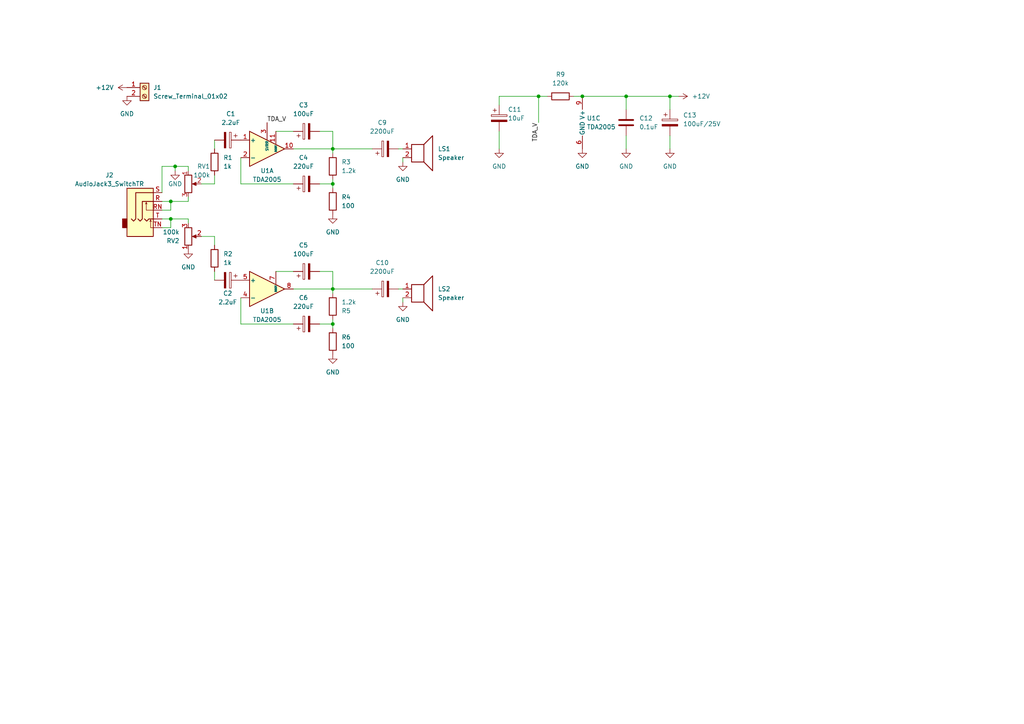
<source format=kicad_sch>
(kicad_sch
	(version 20231120)
	(generator "eeschema")
	(generator_version "8.0")
	(uuid "b7e2b38a-09ed-4e99-80d4-b8eebff5795d")
	(paper "A4")
	(lib_symbols
		(symbol "Amplifier_Audio:TDA2005"
			(pin_names
				(offset 0.127)
			)
			(exclude_from_sim no)
			(in_bom yes)
			(on_board yes)
			(property "Reference" "U"
				(at 7.62 6.35 0)
				(effects
					(font
						(size 1.27 1.27)
					)
				)
			)
			(property "Value" "TDA2005"
				(at 7.62 3.81 0)
				(effects
					(font
						(size 1.27 1.27)
					)
				)
			)
			(property "Footprint" "Package_TO_SOT_THT:TO-220-11_P3.4x5.08mm_StaggerOdd_Lead4.85mm_Vertical"
				(at 0 0 0)
				(effects
					(font
						(size 1.27 1.27)
						(italic yes)
					)
					(hide yes)
				)
			)
			(property "Datasheet" "http://www.st.com/resource/en/datasheet/cd00000124.pdf"
				(at 0 0 0)
				(effects
					(font
						(size 1.27 1.27)
					)
					(hide yes)
				)
			)
			(property "Description" "20W Bridge/Stereo Amplifier for Car Radio, TO-220-11"
				(at 0 0 0)
				(effects
					(font
						(size 1.27 1.27)
					)
					(hide yes)
				)
			)
			(property "ki_locked" ""
				(at 0 0 0)
				(effects
					(font
						(size 1.27 1.27)
					)
				)
			)
			(property "ki_keywords" "audio amplifier"
				(at 0 0 0)
				(effects
					(font
						(size 1.27 1.27)
					)
					(hide yes)
				)
			)
			(property "ki_fp_filters" "TO?220*StaggerOdd*"
				(at 0 0 0)
				(effects
					(font
						(size 1.27 1.27)
					)
					(hide yes)
				)
			)
			(symbol "TDA2005_1_1"
				(polyline
					(pts
						(xy -5.08 5.08) (xy 5.08 0) (xy -5.08 -5.08) (xy -5.08 5.08)
					)
					(stroke
						(width 0.254)
						(type default)
					)
					(fill
						(type background)
					)
				)
				(pin input line
					(at -7.62 2.54 0)
					(length 2.54)
					(name "+"
						(effects
							(font
								(size 1.27 1.27)
							)
						)
					)
					(number "1"
						(effects
							(font
								(size 1.27 1.27)
							)
						)
					)
				)
				(pin output line
					(at 7.62 0 180)
					(length 2.54)
					(name "~"
						(effects
							(font
								(size 1.27 1.27)
							)
						)
					)
					(number "10"
						(effects
							(font
								(size 1.27 1.27)
							)
						)
					)
				)
				(pin passive line
					(at 2.54 5.08 270)
					(length 3.81)
					(name "BOOT"
						(effects
							(font
								(size 0.508 0.508)
							)
						)
					)
					(number "11"
						(effects
							(font
								(size 1.27 1.27)
							)
						)
					)
				)
				(pin input line
					(at -7.62 -2.54 0)
					(length 2.54)
					(name "-"
						(effects
							(font
								(size 1.27 1.27)
							)
						)
					)
					(number "2"
						(effects
							(font
								(size 1.27 1.27)
							)
						)
					)
				)
				(pin passive line
					(at 0 7.62 270)
					(length 5.08)
					(name "SVRR"
						(effects
							(font
								(size 0.762 0.762)
							)
						)
					)
					(number "3"
						(effects
							(font
								(size 1.27 1.27)
							)
						)
					)
				)
			)
			(symbol "TDA2005_2_1"
				(polyline
					(pts
						(xy -5.08 5.08) (xy 5.08 0) (xy -5.08 -5.08) (xy -5.08 5.08)
					)
					(stroke
						(width 0.254)
						(type default)
					)
					(fill
						(type background)
					)
				)
				(pin input line
					(at -7.62 -2.54 0)
					(length 2.54)
					(name "-"
						(effects
							(font
								(size 1.27 1.27)
							)
						)
					)
					(number "4"
						(effects
							(font
								(size 1.27 1.27)
							)
						)
					)
				)
				(pin input line
					(at -7.62 2.54 0)
					(length 2.54)
					(name "+"
						(effects
							(font
								(size 1.27 1.27)
							)
						)
					)
					(number "5"
						(effects
							(font
								(size 1.27 1.27)
							)
						)
					)
				)
				(pin passive line
					(at 2.54 5.08 270)
					(length 3.81)
					(name "BOOT"
						(effects
							(font
								(size 0.508 0.508)
							)
						)
					)
					(number "7"
						(effects
							(font
								(size 1.27 1.27)
							)
						)
					)
				)
				(pin output line
					(at 7.62 0 180)
					(length 2.54)
					(name "~"
						(effects
							(font
								(size 1.27 1.27)
							)
						)
					)
					(number "8"
						(effects
							(font
								(size 1.27 1.27)
							)
						)
					)
				)
			)
			(symbol "TDA2005_3_1"
				(pin power_in line
					(at -2.54 -7.62 90)
					(length 3.81)
					(name "GND"
						(effects
							(font
								(size 1.27 1.27)
							)
						)
					)
					(number "6"
						(effects
							(font
								(size 1.27 1.27)
							)
						)
					)
				)
				(pin power_in line
					(at -2.54 7.62 270)
					(length 3.81)
					(name "V+"
						(effects
							(font
								(size 1.27 1.27)
							)
						)
					)
					(number "9"
						(effects
							(font
								(size 1.27 1.27)
							)
						)
					)
				)
			)
		)
		(symbol "Connector:Screw_Terminal_01x02"
			(pin_names
				(offset 1.016) hide)
			(exclude_from_sim no)
			(in_bom yes)
			(on_board yes)
			(property "Reference" "J"
				(at 0 2.54 0)
				(effects
					(font
						(size 1.27 1.27)
					)
				)
			)
			(property "Value" "Screw_Terminal_01x02"
				(at 0 -5.08 0)
				(effects
					(font
						(size 1.27 1.27)
					)
				)
			)
			(property "Footprint" ""
				(at 0 0 0)
				(effects
					(font
						(size 1.27 1.27)
					)
					(hide yes)
				)
			)
			(property "Datasheet" "~"
				(at 0 0 0)
				(effects
					(font
						(size 1.27 1.27)
					)
					(hide yes)
				)
			)
			(property "Description" "Generic screw terminal, single row, 01x02, script generated (kicad-library-utils/schlib/autogen/connector/)"
				(at 0 0 0)
				(effects
					(font
						(size 1.27 1.27)
					)
					(hide yes)
				)
			)
			(property "ki_keywords" "screw terminal"
				(at 0 0 0)
				(effects
					(font
						(size 1.27 1.27)
					)
					(hide yes)
				)
			)
			(property "ki_fp_filters" "TerminalBlock*:*"
				(at 0 0 0)
				(effects
					(font
						(size 1.27 1.27)
					)
					(hide yes)
				)
			)
			(symbol "Screw_Terminal_01x02_1_1"
				(rectangle
					(start -1.27 1.27)
					(end 1.27 -3.81)
					(stroke
						(width 0.254)
						(type default)
					)
					(fill
						(type background)
					)
				)
				(circle
					(center 0 -2.54)
					(radius 0.635)
					(stroke
						(width 0.1524)
						(type default)
					)
					(fill
						(type none)
					)
				)
				(polyline
					(pts
						(xy -0.5334 -2.2098) (xy 0.3302 -3.048)
					)
					(stroke
						(width 0.1524)
						(type default)
					)
					(fill
						(type none)
					)
				)
				(polyline
					(pts
						(xy -0.5334 0.3302) (xy 0.3302 -0.508)
					)
					(stroke
						(width 0.1524)
						(type default)
					)
					(fill
						(type none)
					)
				)
				(polyline
					(pts
						(xy -0.3556 -2.032) (xy 0.508 -2.8702)
					)
					(stroke
						(width 0.1524)
						(type default)
					)
					(fill
						(type none)
					)
				)
				(polyline
					(pts
						(xy -0.3556 0.508) (xy 0.508 -0.3302)
					)
					(stroke
						(width 0.1524)
						(type default)
					)
					(fill
						(type none)
					)
				)
				(circle
					(center 0 0)
					(radius 0.635)
					(stroke
						(width 0.1524)
						(type default)
					)
					(fill
						(type none)
					)
				)
				(pin passive line
					(at -5.08 0 0)
					(length 3.81)
					(name "Pin_1"
						(effects
							(font
								(size 1.27 1.27)
							)
						)
					)
					(number "1"
						(effects
							(font
								(size 1.27 1.27)
							)
						)
					)
				)
				(pin passive line
					(at -5.08 -2.54 0)
					(length 3.81)
					(name "Pin_2"
						(effects
							(font
								(size 1.27 1.27)
							)
						)
					)
					(number "2"
						(effects
							(font
								(size 1.27 1.27)
							)
						)
					)
				)
			)
		)
		(symbol "Connector_Audio:AudioJack3_SwitchTR"
			(exclude_from_sim no)
			(in_bom yes)
			(on_board yes)
			(property "Reference" "J"
				(at 0 8.89 0)
				(effects
					(font
						(size 1.27 1.27)
					)
				)
			)
			(property "Value" "AudioJack3_SwitchTR"
				(at 0 6.35 0)
				(effects
					(font
						(size 1.27 1.27)
					)
				)
			)
			(property "Footprint" ""
				(at 0 0 0)
				(effects
					(font
						(size 1.27 1.27)
					)
					(hide yes)
				)
			)
			(property "Datasheet" "~"
				(at 0 0 0)
				(effects
					(font
						(size 1.27 1.27)
					)
					(hide yes)
				)
			)
			(property "Description" "Audio Jack, 3 Poles (Stereo / TRS), Switched TR Poles (Normalling)"
				(at 0 0 0)
				(effects
					(font
						(size 1.27 1.27)
					)
					(hide yes)
				)
			)
			(property "ki_keywords" "audio jack receptacle stereo headphones phones TRS connector"
				(at 0 0 0)
				(effects
					(font
						(size 1.27 1.27)
					)
					(hide yes)
				)
			)
			(property "ki_fp_filters" "Jack*"
				(at 0 0 0)
				(effects
					(font
						(size 1.27 1.27)
					)
					(hide yes)
				)
			)
			(symbol "AudioJack3_SwitchTR_0_1"
				(rectangle
					(start -5.08 -5.08)
					(end -6.35 -7.62)
					(stroke
						(width 0.254)
						(type default)
					)
					(fill
						(type outline)
					)
				)
				(polyline
					(pts
						(xy 0.508 -0.254) (xy 0.762 -0.762)
					)
					(stroke
						(width 0)
						(type default)
					)
					(fill
						(type none)
					)
				)
				(polyline
					(pts
						(xy 1.778 -5.334) (xy 2.032 -5.842)
					)
					(stroke
						(width 0)
						(type default)
					)
					(fill
						(type none)
					)
				)
				(polyline
					(pts
						(xy 0 -5.08) (xy 0.635 -5.715) (xy 1.27 -5.08) (xy 2.54 -5.08)
					)
					(stroke
						(width 0.254)
						(type default)
					)
					(fill
						(type none)
					)
				)
				(polyline
					(pts
						(xy 2.54 -7.62) (xy 1.778 -7.62) (xy 1.778 -5.334) (xy 1.524 -5.842)
					)
					(stroke
						(width 0)
						(type default)
					)
					(fill
						(type none)
					)
				)
				(polyline
					(pts
						(xy 2.54 -2.54) (xy 0.508 -2.54) (xy 0.508 -0.254) (xy 0.254 -0.762)
					)
					(stroke
						(width 0)
						(type default)
					)
					(fill
						(type none)
					)
				)
				(polyline
					(pts
						(xy -1.905 -5.08) (xy -1.27 -5.715) (xy -0.635 -5.08) (xy -0.635 0) (xy 2.54 0)
					)
					(stroke
						(width 0.254)
						(type default)
					)
					(fill
						(type none)
					)
				)
				(polyline
					(pts
						(xy 2.54 2.54) (xy -2.54 2.54) (xy -2.54 -5.08) (xy -3.175 -5.715) (xy -3.81 -5.08)
					)
					(stroke
						(width 0.254)
						(type default)
					)
					(fill
						(type none)
					)
				)
				(rectangle
					(start 2.54 3.81)
					(end -5.08 -10.16)
					(stroke
						(width 0.254)
						(type default)
					)
					(fill
						(type background)
					)
				)
			)
			(symbol "AudioJack3_SwitchTR_1_1"
				(pin passive line
					(at 5.08 0 180)
					(length 2.54)
					(name "~"
						(effects
							(font
								(size 1.27 1.27)
							)
						)
					)
					(number "R"
						(effects
							(font
								(size 1.27 1.27)
							)
						)
					)
				)
				(pin passive line
					(at 5.08 -2.54 180)
					(length 2.54)
					(name "~"
						(effects
							(font
								(size 1.27 1.27)
							)
						)
					)
					(number "RN"
						(effects
							(font
								(size 1.27 1.27)
							)
						)
					)
				)
				(pin passive line
					(at 5.08 2.54 180)
					(length 2.54)
					(name "~"
						(effects
							(font
								(size 1.27 1.27)
							)
						)
					)
					(number "S"
						(effects
							(font
								(size 1.27 1.27)
							)
						)
					)
				)
				(pin passive line
					(at 5.08 -5.08 180)
					(length 2.54)
					(name "~"
						(effects
							(font
								(size 1.27 1.27)
							)
						)
					)
					(number "T"
						(effects
							(font
								(size 1.27 1.27)
							)
						)
					)
				)
				(pin passive line
					(at 5.08 -7.62 180)
					(length 2.54)
					(name "~"
						(effects
							(font
								(size 1.27 1.27)
							)
						)
					)
					(number "TN"
						(effects
							(font
								(size 1.27 1.27)
							)
						)
					)
				)
			)
		)
		(symbol "Device:C"
			(pin_numbers hide)
			(pin_names
				(offset 0.254)
			)
			(exclude_from_sim no)
			(in_bom yes)
			(on_board yes)
			(property "Reference" "C"
				(at 0.635 2.54 0)
				(effects
					(font
						(size 1.27 1.27)
					)
					(justify left)
				)
			)
			(property "Value" "C"
				(at 0.635 -2.54 0)
				(effects
					(font
						(size 1.27 1.27)
					)
					(justify left)
				)
			)
			(property "Footprint" ""
				(at 0.9652 -3.81 0)
				(effects
					(font
						(size 1.27 1.27)
					)
					(hide yes)
				)
			)
			(property "Datasheet" "~"
				(at 0 0 0)
				(effects
					(font
						(size 1.27 1.27)
					)
					(hide yes)
				)
			)
			(property "Description" "Unpolarized capacitor"
				(at 0 0 0)
				(effects
					(font
						(size 1.27 1.27)
					)
					(hide yes)
				)
			)
			(property "ki_keywords" "cap capacitor"
				(at 0 0 0)
				(effects
					(font
						(size 1.27 1.27)
					)
					(hide yes)
				)
			)
			(property "ki_fp_filters" "C_*"
				(at 0 0 0)
				(effects
					(font
						(size 1.27 1.27)
					)
					(hide yes)
				)
			)
			(symbol "C_0_1"
				(polyline
					(pts
						(xy -2.032 -0.762) (xy 2.032 -0.762)
					)
					(stroke
						(width 0.508)
						(type default)
					)
					(fill
						(type none)
					)
				)
				(polyline
					(pts
						(xy -2.032 0.762) (xy 2.032 0.762)
					)
					(stroke
						(width 0.508)
						(type default)
					)
					(fill
						(type none)
					)
				)
			)
			(symbol "C_1_1"
				(pin passive line
					(at 0 3.81 270)
					(length 2.794)
					(name "~"
						(effects
							(font
								(size 1.27 1.27)
							)
						)
					)
					(number "1"
						(effects
							(font
								(size 1.27 1.27)
							)
						)
					)
				)
				(pin passive line
					(at 0 -3.81 90)
					(length 2.794)
					(name "~"
						(effects
							(font
								(size 1.27 1.27)
							)
						)
					)
					(number "2"
						(effects
							(font
								(size 1.27 1.27)
							)
						)
					)
				)
			)
		)
		(symbol "Device:C_Polarized"
			(pin_numbers hide)
			(pin_names
				(offset 0.254)
			)
			(exclude_from_sim no)
			(in_bom yes)
			(on_board yes)
			(property "Reference" "C"
				(at 0.635 2.54 0)
				(effects
					(font
						(size 1.27 1.27)
					)
					(justify left)
				)
			)
			(property "Value" "C_Polarized"
				(at 0.635 -2.54 0)
				(effects
					(font
						(size 1.27 1.27)
					)
					(justify left)
				)
			)
			(property "Footprint" ""
				(at 0.9652 -3.81 0)
				(effects
					(font
						(size 1.27 1.27)
					)
					(hide yes)
				)
			)
			(property "Datasheet" "~"
				(at 0 0 0)
				(effects
					(font
						(size 1.27 1.27)
					)
					(hide yes)
				)
			)
			(property "Description" "Polarized capacitor"
				(at 0 0 0)
				(effects
					(font
						(size 1.27 1.27)
					)
					(hide yes)
				)
			)
			(property "ki_keywords" "cap capacitor"
				(at 0 0 0)
				(effects
					(font
						(size 1.27 1.27)
					)
					(hide yes)
				)
			)
			(property "ki_fp_filters" "CP_*"
				(at 0 0 0)
				(effects
					(font
						(size 1.27 1.27)
					)
					(hide yes)
				)
			)
			(symbol "C_Polarized_0_1"
				(rectangle
					(start -2.286 0.508)
					(end 2.286 1.016)
					(stroke
						(width 0)
						(type default)
					)
					(fill
						(type none)
					)
				)
				(polyline
					(pts
						(xy -1.778 2.286) (xy -0.762 2.286)
					)
					(stroke
						(width 0)
						(type default)
					)
					(fill
						(type none)
					)
				)
				(polyline
					(pts
						(xy -1.27 2.794) (xy -1.27 1.778)
					)
					(stroke
						(width 0)
						(type default)
					)
					(fill
						(type none)
					)
				)
				(rectangle
					(start 2.286 -0.508)
					(end -2.286 -1.016)
					(stroke
						(width 0)
						(type default)
					)
					(fill
						(type outline)
					)
				)
			)
			(symbol "C_Polarized_1_1"
				(pin passive line
					(at 0 3.81 270)
					(length 2.794)
					(name "~"
						(effects
							(font
								(size 1.27 1.27)
							)
						)
					)
					(number "1"
						(effects
							(font
								(size 1.27 1.27)
							)
						)
					)
				)
				(pin passive line
					(at 0 -3.81 90)
					(length 2.794)
					(name "~"
						(effects
							(font
								(size 1.27 1.27)
							)
						)
					)
					(number "2"
						(effects
							(font
								(size 1.27 1.27)
							)
						)
					)
				)
			)
		)
		(symbol "Device:R"
			(pin_numbers hide)
			(pin_names
				(offset 0)
			)
			(exclude_from_sim no)
			(in_bom yes)
			(on_board yes)
			(property "Reference" "R"
				(at 2.032 0 90)
				(effects
					(font
						(size 1.27 1.27)
					)
				)
			)
			(property "Value" "R"
				(at 0 0 90)
				(effects
					(font
						(size 1.27 1.27)
					)
				)
			)
			(property "Footprint" ""
				(at -1.778 0 90)
				(effects
					(font
						(size 1.27 1.27)
					)
					(hide yes)
				)
			)
			(property "Datasheet" "~"
				(at 0 0 0)
				(effects
					(font
						(size 1.27 1.27)
					)
					(hide yes)
				)
			)
			(property "Description" "Resistor"
				(at 0 0 0)
				(effects
					(font
						(size 1.27 1.27)
					)
					(hide yes)
				)
			)
			(property "ki_keywords" "R res resistor"
				(at 0 0 0)
				(effects
					(font
						(size 1.27 1.27)
					)
					(hide yes)
				)
			)
			(property "ki_fp_filters" "R_*"
				(at 0 0 0)
				(effects
					(font
						(size 1.27 1.27)
					)
					(hide yes)
				)
			)
			(symbol "R_0_1"
				(rectangle
					(start -1.016 -2.54)
					(end 1.016 2.54)
					(stroke
						(width 0.254)
						(type default)
					)
					(fill
						(type none)
					)
				)
			)
			(symbol "R_1_1"
				(pin passive line
					(at 0 3.81 270)
					(length 1.27)
					(name "~"
						(effects
							(font
								(size 1.27 1.27)
							)
						)
					)
					(number "1"
						(effects
							(font
								(size 1.27 1.27)
							)
						)
					)
				)
				(pin passive line
					(at 0 -3.81 90)
					(length 1.27)
					(name "~"
						(effects
							(font
								(size 1.27 1.27)
							)
						)
					)
					(number "2"
						(effects
							(font
								(size 1.27 1.27)
							)
						)
					)
				)
			)
		)
		(symbol "Device:R_Potentiometer"
			(pin_names
				(offset 1.016) hide)
			(exclude_from_sim no)
			(in_bom yes)
			(on_board yes)
			(property "Reference" "RV"
				(at -4.445 0 90)
				(effects
					(font
						(size 1.27 1.27)
					)
				)
			)
			(property "Value" "R_Potentiometer"
				(at -2.54 0 90)
				(effects
					(font
						(size 1.27 1.27)
					)
				)
			)
			(property "Footprint" ""
				(at 0 0 0)
				(effects
					(font
						(size 1.27 1.27)
					)
					(hide yes)
				)
			)
			(property "Datasheet" "~"
				(at 0 0 0)
				(effects
					(font
						(size 1.27 1.27)
					)
					(hide yes)
				)
			)
			(property "Description" "Potentiometer"
				(at 0 0 0)
				(effects
					(font
						(size 1.27 1.27)
					)
					(hide yes)
				)
			)
			(property "ki_keywords" "resistor variable"
				(at 0 0 0)
				(effects
					(font
						(size 1.27 1.27)
					)
					(hide yes)
				)
			)
			(property "ki_fp_filters" "Potentiometer*"
				(at 0 0 0)
				(effects
					(font
						(size 1.27 1.27)
					)
					(hide yes)
				)
			)
			(symbol "R_Potentiometer_0_1"
				(polyline
					(pts
						(xy 2.54 0) (xy 1.524 0)
					)
					(stroke
						(width 0)
						(type default)
					)
					(fill
						(type none)
					)
				)
				(polyline
					(pts
						(xy 1.143 0) (xy 2.286 0.508) (xy 2.286 -0.508) (xy 1.143 0)
					)
					(stroke
						(width 0)
						(type default)
					)
					(fill
						(type outline)
					)
				)
				(rectangle
					(start 1.016 2.54)
					(end -1.016 -2.54)
					(stroke
						(width 0.254)
						(type default)
					)
					(fill
						(type none)
					)
				)
			)
			(symbol "R_Potentiometer_1_1"
				(pin passive line
					(at 0 3.81 270)
					(length 1.27)
					(name "1"
						(effects
							(font
								(size 1.27 1.27)
							)
						)
					)
					(number "1"
						(effects
							(font
								(size 1.27 1.27)
							)
						)
					)
				)
				(pin passive line
					(at 3.81 0 180)
					(length 1.27)
					(name "2"
						(effects
							(font
								(size 1.27 1.27)
							)
						)
					)
					(number "2"
						(effects
							(font
								(size 1.27 1.27)
							)
						)
					)
				)
				(pin passive line
					(at 0 -3.81 90)
					(length 1.27)
					(name "3"
						(effects
							(font
								(size 1.27 1.27)
							)
						)
					)
					(number "3"
						(effects
							(font
								(size 1.27 1.27)
							)
						)
					)
				)
			)
		)
		(symbol "Device:Speaker"
			(pin_names
				(offset 0) hide)
			(exclude_from_sim no)
			(in_bom yes)
			(on_board yes)
			(property "Reference" "LS"
				(at 1.27 5.715 0)
				(effects
					(font
						(size 1.27 1.27)
					)
					(justify right)
				)
			)
			(property "Value" "Speaker"
				(at 1.27 3.81 0)
				(effects
					(font
						(size 1.27 1.27)
					)
					(justify right)
				)
			)
			(property "Footprint" ""
				(at 0 -5.08 0)
				(effects
					(font
						(size 1.27 1.27)
					)
					(hide yes)
				)
			)
			(property "Datasheet" "~"
				(at -0.254 -1.27 0)
				(effects
					(font
						(size 1.27 1.27)
					)
					(hide yes)
				)
			)
			(property "Description" "Speaker"
				(at 0 0 0)
				(effects
					(font
						(size 1.27 1.27)
					)
					(hide yes)
				)
			)
			(property "ki_keywords" "speaker sound"
				(at 0 0 0)
				(effects
					(font
						(size 1.27 1.27)
					)
					(hide yes)
				)
			)
			(symbol "Speaker_0_0"
				(rectangle
					(start -2.54 1.27)
					(end 1.016 -3.81)
					(stroke
						(width 0.254)
						(type default)
					)
					(fill
						(type none)
					)
				)
				(polyline
					(pts
						(xy 1.016 1.27) (xy 3.556 3.81) (xy 3.556 -6.35) (xy 1.016 -3.81)
					)
					(stroke
						(width 0.254)
						(type default)
					)
					(fill
						(type none)
					)
				)
			)
			(symbol "Speaker_1_1"
				(pin input line
					(at -5.08 0 0)
					(length 2.54)
					(name "1"
						(effects
							(font
								(size 1.27 1.27)
							)
						)
					)
					(number "1"
						(effects
							(font
								(size 1.27 1.27)
							)
						)
					)
				)
				(pin input line
					(at -5.08 -2.54 0)
					(length 2.54)
					(name "2"
						(effects
							(font
								(size 1.27 1.27)
							)
						)
					)
					(number "2"
						(effects
							(font
								(size 1.27 1.27)
							)
						)
					)
				)
			)
		)
		(symbol "power:+12V"
			(power)
			(pin_names
				(offset 0)
			)
			(exclude_from_sim no)
			(in_bom yes)
			(on_board yes)
			(property "Reference" "#PWR"
				(at 0 -3.81 0)
				(effects
					(font
						(size 1.27 1.27)
					)
					(hide yes)
				)
			)
			(property "Value" "+12V"
				(at 0 3.556 0)
				(effects
					(font
						(size 1.27 1.27)
					)
				)
			)
			(property "Footprint" ""
				(at 0 0 0)
				(effects
					(font
						(size 1.27 1.27)
					)
					(hide yes)
				)
			)
			(property "Datasheet" ""
				(at 0 0 0)
				(effects
					(font
						(size 1.27 1.27)
					)
					(hide yes)
				)
			)
			(property "Description" "Power symbol creates a global label with name \"+12V\""
				(at 0 0 0)
				(effects
					(font
						(size 1.27 1.27)
					)
					(hide yes)
				)
			)
			(property "ki_keywords" "global power"
				(at 0 0 0)
				(effects
					(font
						(size 1.27 1.27)
					)
					(hide yes)
				)
			)
			(symbol "+12V_0_1"
				(polyline
					(pts
						(xy -0.762 1.27) (xy 0 2.54)
					)
					(stroke
						(width 0)
						(type default)
					)
					(fill
						(type none)
					)
				)
				(polyline
					(pts
						(xy 0 0) (xy 0 2.54)
					)
					(stroke
						(width 0)
						(type default)
					)
					(fill
						(type none)
					)
				)
				(polyline
					(pts
						(xy 0 2.54) (xy 0.762 1.27)
					)
					(stroke
						(width 0)
						(type default)
					)
					(fill
						(type none)
					)
				)
			)
			(symbol "+12V_1_1"
				(pin power_in line
					(at 0 0 90)
					(length 0) hide
					(name "+12V"
						(effects
							(font
								(size 1.27 1.27)
							)
						)
					)
					(number "1"
						(effects
							(font
								(size 1.27 1.27)
							)
						)
					)
				)
			)
		)
		(symbol "power:GND"
			(power)
			(pin_names
				(offset 0)
			)
			(exclude_from_sim no)
			(in_bom yes)
			(on_board yes)
			(property "Reference" "#PWR"
				(at 0 -6.35 0)
				(effects
					(font
						(size 1.27 1.27)
					)
					(hide yes)
				)
			)
			(property "Value" "GND"
				(at 0 -3.81 0)
				(effects
					(font
						(size 1.27 1.27)
					)
				)
			)
			(property "Footprint" ""
				(at 0 0 0)
				(effects
					(font
						(size 1.27 1.27)
					)
					(hide yes)
				)
			)
			(property "Datasheet" ""
				(at 0 0 0)
				(effects
					(font
						(size 1.27 1.27)
					)
					(hide yes)
				)
			)
			(property "Description" "Power symbol creates a global label with name \"GND\" , ground"
				(at 0 0 0)
				(effects
					(font
						(size 1.27 1.27)
					)
					(hide yes)
				)
			)
			(property "ki_keywords" "global power"
				(at 0 0 0)
				(effects
					(font
						(size 1.27 1.27)
					)
					(hide yes)
				)
			)
			(symbol "GND_0_1"
				(polyline
					(pts
						(xy 0 0) (xy 0 -1.27) (xy 1.27 -1.27) (xy 0 -2.54) (xy -1.27 -1.27) (xy 0 -1.27)
					)
					(stroke
						(width 0)
						(type default)
					)
					(fill
						(type none)
					)
				)
			)
			(symbol "GND_1_1"
				(pin power_in line
					(at 0 0 270)
					(length 0) hide
					(name "GND"
						(effects
							(font
								(size 1.27 1.27)
							)
						)
					)
					(number "1"
						(effects
							(font
								(size 1.27 1.27)
							)
						)
					)
				)
			)
		)
	)
	(junction
		(at 50.8 48.26)
		(diameter 0)
		(color 0 0 0 0)
		(uuid "056db15e-2357-44d8-9da3-370b4a9d4de8")
	)
	(junction
		(at 181.61 27.94)
		(diameter 0)
		(color 0 0 0 0)
		(uuid "21c6d348-ba7a-4da3-a131-4fd8ff77b8a9")
	)
	(junction
		(at 168.91 27.94)
		(diameter 0)
		(color 0 0 0 0)
		(uuid "4353dd60-17f8-4f46-b56a-d479bb9d0915")
	)
	(junction
		(at 96.52 93.98)
		(diameter 0)
		(color 0 0 0 0)
		(uuid "7ea4dea5-cb25-42cf-b22a-b9ad6da30d5b")
	)
	(junction
		(at 96.52 83.82)
		(diameter 0)
		(color 0 0 0 0)
		(uuid "9b06c62b-ae5a-47d8-bf55-55148c53804c")
	)
	(junction
		(at 194.31 27.94)
		(diameter 0)
		(color 0 0 0 0)
		(uuid "9ee076a5-18e9-4bf6-96a6-dfce3aff7e2c")
	)
	(junction
		(at 96.52 53.34)
		(diameter 0)
		(color 0 0 0 0)
		(uuid "a4becc68-c074-48a6-803d-b4cca6eefd2c")
	)
	(junction
		(at 96.52 43.18)
		(diameter 0)
		(color 0 0 0 0)
		(uuid "a64861d0-bd65-4e55-810e-6c73d8fbabe8")
	)
	(junction
		(at 49.53 58.42)
		(diameter 0)
		(color 0 0 0 0)
		(uuid "c5085f04-2acf-4ed6-9c66-d32633b1a144")
	)
	(junction
		(at 156.21 27.94)
		(diameter 0)
		(color 0 0 0 0)
		(uuid "d3243035-2081-4404-b489-6dd00b43c6a2")
	)
	(junction
		(at 49.53 63.5)
		(diameter 0)
		(color 0 0 0 0)
		(uuid "f3522a22-3ab7-4c81-a914-e8641d949a71")
	)
	(wire
		(pts
			(xy 46.99 48.26) (xy 46.99 55.88)
		)
		(stroke
			(width 0)
			(type default)
		)
		(uuid "06f2ae66-c742-4a34-852a-91d0673a6adf")
	)
	(wire
		(pts
			(xy 50.8 49.53) (xy 50.8 48.26)
		)
		(stroke
			(width 0)
			(type default)
		)
		(uuid "07967ca9-8bbe-4e9b-ade0-ed28f941135a")
	)
	(wire
		(pts
			(xy 62.23 50.8) (xy 62.23 53.34)
		)
		(stroke
			(width 0)
			(type default)
		)
		(uuid "095bccc6-4029-4488-8f9d-453fb40f821a")
	)
	(wire
		(pts
			(xy 144.78 27.94) (xy 156.21 27.94)
		)
		(stroke
			(width 0)
			(type default)
		)
		(uuid "15f35dd1-fa2d-47e9-af92-ddc026f9e611")
	)
	(wire
		(pts
			(xy 54.61 48.26) (xy 50.8 48.26)
		)
		(stroke
			(width 0)
			(type default)
		)
		(uuid "200c6540-69db-400e-8011-f129f01f7ef3")
	)
	(wire
		(pts
			(xy 144.78 43.18) (xy 144.78 38.1)
		)
		(stroke
			(width 0)
			(type default)
		)
		(uuid "2ebc65e5-6f78-463a-a350-20b1907a9e65")
	)
	(wire
		(pts
			(xy 196.85 27.94) (xy 194.31 27.94)
		)
		(stroke
			(width 0)
			(type default)
		)
		(uuid "2fc355d1-c817-4192-843b-8a86b3c8b0fd")
	)
	(wire
		(pts
			(xy 96.52 92.71) (xy 96.52 93.98)
		)
		(stroke
			(width 0)
			(type default)
		)
		(uuid "327b3b56-0459-44d7-8efb-f5d417057ed4")
	)
	(wire
		(pts
			(xy 158.75 27.94) (xy 156.21 27.94)
		)
		(stroke
			(width 0)
			(type default)
		)
		(uuid "33ad5244-cd77-4287-a094-75849e46fe6d")
	)
	(wire
		(pts
			(xy 58.42 53.34) (xy 62.23 53.34)
		)
		(stroke
			(width 0)
			(type default)
		)
		(uuid "381b88c5-d0b6-42ff-9310-8cdc2381d604")
	)
	(wire
		(pts
			(xy 96.52 38.1) (xy 92.71 38.1)
		)
		(stroke
			(width 0)
			(type default)
		)
		(uuid "3a1cd16a-bb39-46a9-ae93-396ae3f54acb")
	)
	(wire
		(pts
			(xy 96.52 52.07) (xy 96.52 53.34)
		)
		(stroke
			(width 0)
			(type default)
		)
		(uuid "3e8e1db6-6f58-4bbf-8a91-3974cf3f02b4")
	)
	(wire
		(pts
			(xy 85.09 83.82) (xy 96.52 83.82)
		)
		(stroke
			(width 0)
			(type default)
		)
		(uuid "3fe9f3a7-e038-453d-aff6-6d32ef932c50")
	)
	(wire
		(pts
			(xy 62.23 78.74) (xy 62.23 81.28)
		)
		(stroke
			(width 0)
			(type default)
		)
		(uuid "4422788d-1644-41a4-95ad-4f21453c0669")
	)
	(wire
		(pts
			(xy 69.85 93.98) (xy 85.09 93.98)
		)
		(stroke
			(width 0)
			(type default)
		)
		(uuid "4890bc54-204b-4739-8fce-51a6434dae32")
	)
	(wire
		(pts
			(xy 69.85 86.36) (xy 69.85 93.98)
		)
		(stroke
			(width 0)
			(type default)
		)
		(uuid "4bf7cbee-92c8-4eb6-9de9-98ae36374cb5")
	)
	(wire
		(pts
			(xy 96.52 53.34) (xy 96.52 54.61)
		)
		(stroke
			(width 0)
			(type default)
		)
		(uuid "59edc40b-64bb-42f2-b935-e22cab91629a")
	)
	(wire
		(pts
			(xy 62.23 68.58) (xy 62.23 71.12)
		)
		(stroke
			(width 0)
			(type default)
		)
		(uuid "5c38a99b-7b16-4c84-907d-56da5d8aec60")
	)
	(wire
		(pts
			(xy 115.57 83.82) (xy 116.84 83.82)
		)
		(stroke
			(width 0)
			(type default)
		)
		(uuid "5e25427c-cc43-4723-b40a-e9109daa887f")
	)
	(wire
		(pts
			(xy 168.91 27.94) (xy 181.61 27.94)
		)
		(stroke
			(width 0)
			(type default)
		)
		(uuid "60f23ea3-23ca-4a7b-b0e0-0cb11f0d0b14")
	)
	(wire
		(pts
			(xy 49.53 58.42) (xy 49.53 60.96)
		)
		(stroke
			(width 0)
			(type default)
		)
		(uuid "685326ec-77fe-4773-a783-24539e4ece2d")
	)
	(wire
		(pts
			(xy 96.52 78.74) (xy 92.71 78.74)
		)
		(stroke
			(width 0)
			(type default)
		)
		(uuid "6a3a997e-622a-486b-826c-b71188961457")
	)
	(wire
		(pts
			(xy 85.09 43.18) (xy 96.52 43.18)
		)
		(stroke
			(width 0)
			(type default)
		)
		(uuid "6b011b90-9711-4725-8da8-cc2572a259c4")
	)
	(wire
		(pts
			(xy 49.53 63.5) (xy 54.61 63.5)
		)
		(stroke
			(width 0)
			(type default)
		)
		(uuid "6fa6a326-eff5-4e86-a227-1d9790f5d294")
	)
	(wire
		(pts
			(xy 92.71 93.98) (xy 96.52 93.98)
		)
		(stroke
			(width 0)
			(type default)
		)
		(uuid "7312e45e-3b97-4c62-9834-d1b07976ffb4")
	)
	(wire
		(pts
			(xy 181.61 27.94) (xy 181.61 31.75)
		)
		(stroke
			(width 0)
			(type default)
		)
		(uuid "7ea346f8-4107-48bb-8eba-5585d1dfb5e2")
	)
	(wire
		(pts
			(xy 96.52 83.82) (xy 96.52 78.74)
		)
		(stroke
			(width 0)
			(type default)
		)
		(uuid "7f64bea5-bde9-4dc6-8caf-3568e11d1dd5")
	)
	(wire
		(pts
			(xy 49.53 66.04) (xy 49.53 63.5)
		)
		(stroke
			(width 0)
			(type default)
		)
		(uuid "803a49c4-08ca-4389-ba54-b652f201684a")
	)
	(wire
		(pts
			(xy 62.23 40.64) (xy 62.23 43.18)
		)
		(stroke
			(width 0)
			(type default)
		)
		(uuid "89719409-4ba2-402b-af59-9ed9a5548505")
	)
	(wire
		(pts
			(xy 115.57 43.18) (xy 116.84 43.18)
		)
		(stroke
			(width 0)
			(type default)
		)
		(uuid "9a02cadb-184e-4b63-94fa-4873518df4b5")
	)
	(wire
		(pts
			(xy 46.99 66.04) (xy 49.53 66.04)
		)
		(stroke
			(width 0)
			(type default)
		)
		(uuid "9c82f5e8-4fa2-42c7-b6cb-178dff174b55")
	)
	(wire
		(pts
			(xy 80.01 78.74) (xy 85.09 78.74)
		)
		(stroke
			(width 0)
			(type default)
		)
		(uuid "a0255d04-4b3f-433a-9e4e-59dc7cbd8ac0")
	)
	(wire
		(pts
			(xy 156.21 27.94) (xy 156.21 35.56)
		)
		(stroke
			(width 0)
			(type default)
		)
		(uuid "a37d4c4d-4b16-4d40-8a53-1313e9f02e1c")
	)
	(wire
		(pts
			(xy 46.99 60.96) (xy 49.53 60.96)
		)
		(stroke
			(width 0)
			(type default)
		)
		(uuid "a56b0f2b-3756-4a48-b1ea-a4ed864566c9")
	)
	(wire
		(pts
			(xy 46.99 63.5) (xy 49.53 63.5)
		)
		(stroke
			(width 0)
			(type default)
		)
		(uuid "bb73a6aa-76cd-4a72-b61c-6f4c8214753e")
	)
	(wire
		(pts
			(xy 96.52 43.18) (xy 96.52 44.45)
		)
		(stroke
			(width 0)
			(type default)
		)
		(uuid "bca26e54-bd3c-46a7-adf1-938ba5e89cc8")
	)
	(wire
		(pts
			(xy 116.84 46.99) (xy 116.84 45.72)
		)
		(stroke
			(width 0)
			(type default)
		)
		(uuid "be1aaf74-753d-4788-a339-9b71e258c823")
	)
	(wire
		(pts
			(xy 50.8 48.26) (xy 46.99 48.26)
		)
		(stroke
			(width 0)
			(type default)
		)
		(uuid "c1910365-2a14-4c16-80ab-dc1f4fec2ae2")
	)
	(wire
		(pts
			(xy 96.52 83.82) (xy 107.95 83.82)
		)
		(stroke
			(width 0)
			(type default)
		)
		(uuid "c4e7fd74-9ac3-46ef-9123-bd2cf6f8cb48")
	)
	(wire
		(pts
			(xy 58.42 68.58) (xy 62.23 68.58)
		)
		(stroke
			(width 0)
			(type default)
		)
		(uuid "c5082a7a-f633-43bb-bb3e-3f8ead4720dc")
	)
	(wire
		(pts
			(xy 144.78 27.94) (xy 144.78 30.48)
		)
		(stroke
			(width 0)
			(type default)
		)
		(uuid "c9bbee47-9d4d-473a-94db-11e5d8d7447d")
	)
	(wire
		(pts
			(xy 92.71 53.34) (xy 96.52 53.34)
		)
		(stroke
			(width 0)
			(type default)
		)
		(uuid "cb7dcba6-fd62-484b-acb4-c1d2053bc999")
	)
	(wire
		(pts
			(xy 96.52 83.82) (xy 96.52 85.09)
		)
		(stroke
			(width 0)
			(type default)
		)
		(uuid "cbd27c8a-b0cc-4351-91b1-27787b844012")
	)
	(wire
		(pts
			(xy 54.61 63.5) (xy 54.61 64.77)
		)
		(stroke
			(width 0)
			(type default)
		)
		(uuid "ce6d71f5-d670-457a-b7ae-570077e007ae")
	)
	(wire
		(pts
			(xy 96.52 43.18) (xy 107.95 43.18)
		)
		(stroke
			(width 0)
			(type default)
		)
		(uuid "cf75cb26-d776-4bd7-8a87-4ad52e5c8a4a")
	)
	(wire
		(pts
			(xy 49.53 58.42) (xy 54.61 58.42)
		)
		(stroke
			(width 0)
			(type default)
		)
		(uuid "cfbf2861-e1d9-44b6-a77e-1a3eca865aac")
	)
	(wire
		(pts
			(xy 181.61 27.94) (xy 194.31 27.94)
		)
		(stroke
			(width 0)
			(type default)
		)
		(uuid "d13ce8fb-3575-4e62-90c8-5c78ba93ecb3")
	)
	(wire
		(pts
			(xy 96.52 93.98) (xy 96.52 95.25)
		)
		(stroke
			(width 0)
			(type default)
		)
		(uuid "d14a835a-a2c9-408b-8034-36b48c7004e4")
	)
	(wire
		(pts
			(xy 54.61 58.42) (xy 54.61 57.15)
		)
		(stroke
			(width 0)
			(type default)
		)
		(uuid "d6b6b797-239f-4b52-a5d8-f26c9f173084")
	)
	(wire
		(pts
			(xy 69.85 45.72) (xy 69.85 53.34)
		)
		(stroke
			(width 0)
			(type default)
		)
		(uuid "d9d4c44d-8e7a-4e78-bbae-f4c24b2a7bac")
	)
	(wire
		(pts
			(xy 181.61 43.18) (xy 181.61 39.37)
		)
		(stroke
			(width 0)
			(type default)
		)
		(uuid "e3f85862-2c78-48f8-9bfe-293e8d0a7715")
	)
	(wire
		(pts
			(xy 166.37 27.94) (xy 168.91 27.94)
		)
		(stroke
			(width 0)
			(type default)
		)
		(uuid "e40135bd-199f-4124-bfa7-cf3d6faf8591")
	)
	(wire
		(pts
			(xy 69.85 53.34) (xy 85.09 53.34)
		)
		(stroke
			(width 0)
			(type default)
		)
		(uuid "e5912afc-5771-42a5-a614-b66cfb570937")
	)
	(wire
		(pts
			(xy 194.31 27.94) (xy 194.31 31.75)
		)
		(stroke
			(width 0)
			(type default)
		)
		(uuid "e99800fa-b368-48c8-aae5-a8b713965d10")
	)
	(wire
		(pts
			(xy 80.01 38.1) (xy 85.09 38.1)
		)
		(stroke
			(width 0)
			(type default)
		)
		(uuid "ec801c51-881a-450c-9327-5a9ceb33281f")
	)
	(wire
		(pts
			(xy 116.84 87.63) (xy 116.84 86.36)
		)
		(stroke
			(width 0)
			(type default)
		)
		(uuid "eff1d6e4-8fc9-41c2-88b8-b00d14b688c5")
	)
	(wire
		(pts
			(xy 54.61 49.53) (xy 54.61 48.26)
		)
		(stroke
			(width 0)
			(type default)
		)
		(uuid "f441b03d-abb5-43b1-99db-9885f84b71d9")
	)
	(wire
		(pts
			(xy 96.52 43.18) (xy 96.52 38.1)
		)
		(stroke
			(width 0)
			(type default)
		)
		(uuid "f937b2b7-9e10-4a7f-af0e-07016a0afb3b")
	)
	(wire
		(pts
			(xy 46.99 58.42) (xy 49.53 58.42)
		)
		(stroke
			(width 0)
			(type default)
		)
		(uuid "fd47dada-96ec-4bad-9732-2e21e729467b")
	)
	(wire
		(pts
			(xy 194.31 39.37) (xy 194.31 43.18)
		)
		(stroke
			(width 0)
			(type default)
		)
		(uuid "ff782798-ebce-4cfe-908f-d580316cb6e8")
	)
	(label "TDA_V"
		(at 156.21 35.56 270)
		(fields_autoplaced yes)
		(effects
			(font
				(size 1.27 1.27)
			)
			(justify right bottom)
		)
		(uuid "181b9023-7729-4208-bdd1-d4488edc4824")
	)
	(label "TDA_V"
		(at 77.47 35.56 0)
		(fields_autoplaced yes)
		(effects
			(font
				(size 1.27 1.27)
			)
			(justify left bottom)
		)
		(uuid "f4341f25-415e-43f3-bf33-00bc31500b34")
	)
	(symbol
		(lib_id "Device:R_Potentiometer")
		(at 54.61 68.58 0)
		(mirror x)
		(unit 1)
		(exclude_from_sim no)
		(in_bom yes)
		(on_board yes)
		(dnp no)
		(uuid "01b656cf-bcee-40c6-a5a5-5cc9e0e17434")
		(property "Reference" "RV2"
			(at 52.07 69.85 0)
			(effects
				(font
					(size 1.27 1.27)
				)
				(justify right)
			)
		)
		(property "Value" "100k"
			(at 52.07 67.31 0)
			(effects
				(font
					(size 1.27 1.27)
				)
				(justify right)
			)
		)
		(property "Footprint" "Potentiometer_THT:Potentiometer_Alps_RK163_Single_Horizontal"
			(at 54.61 68.58 0)
			(effects
				(font
					(size 1.27 1.27)
				)
				(hide yes)
			)
		)
		(property "Datasheet" "~"
			(at 54.61 68.58 0)
			(effects
				(font
					(size 1.27 1.27)
				)
				(hide yes)
			)
		)
		(property "Description" ""
			(at 54.61 68.58 0)
			(effects
				(font
					(size 1.27 1.27)
				)
				(hide yes)
			)
		)
		(pin "1"
			(uuid "cb1c7637-942e-44dc-a918-1ae7f215dcdc")
		)
		(pin "2"
			(uuid "d7739083-5eac-4bc8-95f6-d1ceb5d900ba")
		)
		(pin "3"
			(uuid "204e663b-c9ef-4583-bb5c-8805eebf4daa")
		)
		(instances
			(project "amp-audio"
				(path "/b7e2b38a-09ed-4e99-80d4-b8eebff5795d"
					(reference "RV2")
					(unit 1)
				)
			)
		)
	)
	(symbol
		(lib_id "Device:C_Polarized")
		(at 88.9 93.98 90)
		(unit 1)
		(exclude_from_sim no)
		(in_bom yes)
		(on_board yes)
		(dnp no)
		(fields_autoplaced yes)
		(uuid "0aa9844e-9bcf-481a-9a5c-c2547644c9d8")
		(property "Reference" "C6"
			(at 88.011 86.36 90)
			(effects
				(font
					(size 1.27 1.27)
				)
			)
		)
		(property "Value" "220uF"
			(at 88.011 88.9 90)
			(effects
				(font
					(size 1.27 1.27)
				)
			)
		)
		(property "Footprint" "Capacitor_THT:CP_Radial_D6.3mm_P2.50mm"
			(at 92.71 93.0148 0)
			(effects
				(font
					(size 1.27 1.27)
				)
				(hide yes)
			)
		)
		(property "Datasheet" "~"
			(at 88.9 93.98 0)
			(effects
				(font
					(size 1.27 1.27)
				)
				(hide yes)
			)
		)
		(property "Description" ""
			(at 88.9 93.98 0)
			(effects
				(font
					(size 1.27 1.27)
				)
				(hide yes)
			)
		)
		(pin "1"
			(uuid "3d4cf503-9809-4c58-a9b4-c05accbd42fe")
		)
		(pin "2"
			(uuid "4b7baedc-af1e-4f43-85d6-ecf8c135001c")
		)
		(instances
			(project "amp-audio"
				(path "/b7e2b38a-09ed-4e99-80d4-b8eebff5795d"
					(reference "C6")
					(unit 1)
				)
			)
		)
	)
	(symbol
		(lib_id "power:+12V")
		(at 196.85 27.94 270)
		(unit 1)
		(exclude_from_sim no)
		(in_bom yes)
		(on_board yes)
		(dnp no)
		(fields_autoplaced yes)
		(uuid "0d38d525-9aef-4e93-970f-76adb86a0beb")
		(property "Reference" "#PWR015"
			(at 193.04 27.94 0)
			(effects
				(font
					(size 1.27 1.27)
				)
				(hide yes)
			)
		)
		(property "Value" "+12V"
			(at 200.66 27.94 90)
			(effects
				(font
					(size 1.27 1.27)
				)
				(justify left)
			)
		)
		(property "Footprint" ""
			(at 196.85 27.94 0)
			(effects
				(font
					(size 1.27 1.27)
				)
				(hide yes)
			)
		)
		(property "Datasheet" ""
			(at 196.85 27.94 0)
			(effects
				(font
					(size 1.27 1.27)
				)
				(hide yes)
			)
		)
		(property "Description" ""
			(at 196.85 27.94 0)
			(effects
				(font
					(size 1.27 1.27)
				)
				(hide yes)
			)
		)
		(pin "1"
			(uuid "2f8fa55e-81b1-4447-a36d-5e50f6550b81")
		)
		(instances
			(project "amp-audio"
				(path "/b7e2b38a-09ed-4e99-80d4-b8eebff5795d"
					(reference "#PWR015")
					(unit 1)
				)
			)
		)
	)
	(symbol
		(lib_id "power:GND")
		(at 181.61 43.18 0)
		(unit 1)
		(exclude_from_sim no)
		(in_bom yes)
		(on_board yes)
		(dnp no)
		(fields_autoplaced yes)
		(uuid "124cd7ee-bf2c-4d24-9a35-0c271ebb2dcd")
		(property "Reference" "#PWR013"
			(at 181.61 49.53 0)
			(effects
				(font
					(size 1.27 1.27)
				)
				(hide yes)
			)
		)
		(property "Value" "GND"
			(at 181.61 48.26 0)
			(effects
				(font
					(size 1.27 1.27)
				)
			)
		)
		(property "Footprint" ""
			(at 181.61 43.18 0)
			(effects
				(font
					(size 1.27 1.27)
				)
				(hide yes)
			)
		)
		(property "Datasheet" ""
			(at 181.61 43.18 0)
			(effects
				(font
					(size 1.27 1.27)
				)
				(hide yes)
			)
		)
		(property "Description" ""
			(at 181.61 43.18 0)
			(effects
				(font
					(size 1.27 1.27)
				)
				(hide yes)
			)
		)
		(pin "1"
			(uuid "3779e273-1a30-4424-9130-764103bd230a")
		)
		(instances
			(project "amp-audio"
				(path "/b7e2b38a-09ed-4e99-80d4-b8eebff5795d"
					(reference "#PWR013")
					(unit 1)
				)
			)
		)
	)
	(symbol
		(lib_id "Amplifier_Audio:TDA2005")
		(at 77.47 43.18 0)
		(unit 1)
		(exclude_from_sim no)
		(in_bom yes)
		(on_board yes)
		(dnp no)
		(uuid "12655e8d-43fa-4ae2-9f3b-f4a9f94aaa83")
		(property "Reference" "U1"
			(at 77.47 49.53 0)
			(effects
				(font
					(size 1.27 1.27)
				)
			)
		)
		(property "Value" "TDA2005"
			(at 77.47 52.07 0)
			(effects
				(font
					(size 1.27 1.27)
				)
			)
		)
		(property "Footprint" "Package_TO_SOT_THT:TO-220-11_P3.4x5.08mm_StaggerOdd_Lead4.85mm_Vertical"
			(at 77.47 43.18 0)
			(effects
				(font
					(size 1.27 1.27)
					(italic yes)
				)
				(hide yes)
			)
		)
		(property "Datasheet" "http://www.st.com/resource/en/datasheet/cd00000124.pdf"
			(at 77.47 43.18 0)
			(effects
				(font
					(size 1.27 1.27)
				)
				(hide yes)
			)
		)
		(property "Description" ""
			(at 77.47 43.18 0)
			(effects
				(font
					(size 1.27 1.27)
				)
				(hide yes)
			)
		)
		(pin "1"
			(uuid "65181b28-3306-4bed-9b74-8a3be2293001")
		)
		(pin "10"
			(uuid "825826f1-c583-4d65-afc2-62cc5b9e98a4")
		)
		(pin "11"
			(uuid "9d98a7a6-1a8c-4e47-a90a-63527c6e7914")
		)
		(pin "2"
			(uuid "0f5e7b2c-3ad0-446c-8af1-e935346263c6")
		)
		(pin "3"
			(uuid "5149df8e-b7b7-4abb-9d66-de365ab7baad")
		)
		(pin "4"
			(uuid "e2ede8a1-976e-44da-8f1d-c29d324901bc")
		)
		(pin "5"
			(uuid "f127f9ad-82ac-400e-9164-467c53d10e4e")
		)
		(pin "7"
			(uuid "c8e37eac-0c6f-44a9-a925-6ccee323ae54")
		)
		(pin "8"
			(uuid "78eebf41-8364-46e5-9dfc-46ce043385f8")
		)
		(pin "6"
			(uuid "32909fa5-c225-46e4-a78b-a8041b20b5c2")
		)
		(pin "9"
			(uuid "d275e9c7-d285-46d5-b102-8c4877b3195b")
		)
		(instances
			(project "amp-audio"
				(path "/b7e2b38a-09ed-4e99-80d4-b8eebff5795d"
					(reference "U1")
					(unit 1)
				)
			)
		)
	)
	(symbol
		(lib_id "power:GND")
		(at 116.84 46.99 0)
		(unit 1)
		(exclude_from_sim no)
		(in_bom yes)
		(on_board yes)
		(dnp no)
		(fields_autoplaced yes)
		(uuid "1fc305d1-893f-4c0b-ae01-5c9f0bd6da56")
		(property "Reference" "#PWR09"
			(at 116.84 53.34 0)
			(effects
				(font
					(size 1.27 1.27)
				)
				(hide yes)
			)
		)
		(property "Value" "GND"
			(at 116.84 52.07 0)
			(effects
				(font
					(size 1.27 1.27)
				)
			)
		)
		(property "Footprint" ""
			(at 116.84 46.99 0)
			(effects
				(font
					(size 1.27 1.27)
				)
				(hide yes)
			)
		)
		(property "Datasheet" ""
			(at 116.84 46.99 0)
			(effects
				(font
					(size 1.27 1.27)
				)
				(hide yes)
			)
		)
		(property "Description" ""
			(at 116.84 46.99 0)
			(effects
				(font
					(size 1.27 1.27)
				)
				(hide yes)
			)
		)
		(pin "1"
			(uuid "03a8c578-887a-473c-bd38-991d48648946")
		)
		(instances
			(project "amp-audio"
				(path "/b7e2b38a-09ed-4e99-80d4-b8eebff5795d"
					(reference "#PWR09")
					(unit 1)
				)
			)
		)
	)
	(symbol
		(lib_id "power:+12V")
		(at 36.83 25.4 90)
		(unit 1)
		(exclude_from_sim no)
		(in_bom yes)
		(on_board yes)
		(dnp no)
		(fields_autoplaced yes)
		(uuid "26ec0e20-d04e-45da-a394-bd5bc18aeed9")
		(property "Reference" "#PWR01"
			(at 40.64 25.4 0)
			(effects
				(font
					(size 1.27 1.27)
				)
				(hide yes)
			)
		)
		(property "Value" "+12V"
			(at 33.02 25.4 90)
			(effects
				(font
					(size 1.27 1.27)
				)
				(justify left)
			)
		)
		(property "Footprint" ""
			(at 36.83 25.4 0)
			(effects
				(font
					(size 1.27 1.27)
				)
				(hide yes)
			)
		)
		(property "Datasheet" ""
			(at 36.83 25.4 0)
			(effects
				(font
					(size 1.27 1.27)
				)
				(hide yes)
			)
		)
		(property "Description" ""
			(at 36.83 25.4 0)
			(effects
				(font
					(size 1.27 1.27)
				)
				(hide yes)
			)
		)
		(pin "1"
			(uuid "f0c76736-97ec-4312-a6c6-8e8213c44cf3")
		)
		(instances
			(project "amp-audio"
				(path "/b7e2b38a-09ed-4e99-80d4-b8eebff5795d"
					(reference "#PWR01")
					(unit 1)
				)
			)
		)
	)
	(symbol
		(lib_id "Device:C_Polarized")
		(at 111.76 43.18 90)
		(unit 1)
		(exclude_from_sim no)
		(in_bom yes)
		(on_board yes)
		(dnp no)
		(fields_autoplaced yes)
		(uuid "273179b6-8f0f-4716-96ec-737f5b185d3c")
		(property "Reference" "C9"
			(at 110.871 35.56 90)
			(effects
				(font
					(size 1.27 1.27)
				)
			)
		)
		(property "Value" "2200uF"
			(at 110.871 38.1 90)
			(effects
				(font
					(size 1.27 1.27)
				)
			)
		)
		(property "Footprint" "Capacitor_THT:CP_Radial_D12.5mm_P5.00mm"
			(at 115.57 42.2148 0)
			(effects
				(font
					(size 1.27 1.27)
				)
				(hide yes)
			)
		)
		(property "Datasheet" "~"
			(at 111.76 43.18 0)
			(effects
				(font
					(size 1.27 1.27)
				)
				(hide yes)
			)
		)
		(property "Description" ""
			(at 111.76 43.18 0)
			(effects
				(font
					(size 1.27 1.27)
				)
				(hide yes)
			)
		)
		(pin "1"
			(uuid "5cfd027a-8124-4fdd-9775-f1dd15af99d8")
		)
		(pin "2"
			(uuid "8bc29220-134c-4df8-9fff-fee4c01c77fd")
		)
		(instances
			(project "amp-audio"
				(path "/b7e2b38a-09ed-4e99-80d4-b8eebff5795d"
					(reference "C9")
					(unit 1)
				)
			)
		)
	)
	(symbol
		(lib_id "Device:C_Polarized")
		(at 194.31 35.56 0)
		(unit 1)
		(exclude_from_sim no)
		(in_bom yes)
		(on_board yes)
		(dnp no)
		(fields_autoplaced yes)
		(uuid "3324cb9a-c94c-44b1-a699-469678c25e04")
		(property "Reference" "C13"
			(at 198.12 33.401 0)
			(effects
				(font
					(size 1.27 1.27)
				)
				(justify left)
			)
		)
		(property "Value" "100uF/25V"
			(at 198.12 35.941 0)
			(effects
				(font
					(size 1.27 1.27)
				)
				(justify left)
			)
		)
		(property "Footprint" "Capacitor_THT:CP_Radial_D6.3mm_P2.50mm"
			(at 195.2752 39.37 0)
			(effects
				(font
					(size 1.27 1.27)
				)
				(hide yes)
			)
		)
		(property "Datasheet" "~"
			(at 194.31 35.56 0)
			(effects
				(font
					(size 1.27 1.27)
				)
				(hide yes)
			)
		)
		(property "Description" ""
			(at 194.31 35.56 0)
			(effects
				(font
					(size 1.27 1.27)
				)
				(hide yes)
			)
		)
		(pin "1"
			(uuid "211ca4bd-35fa-440a-a417-43d7aaf2e076")
		)
		(pin "2"
			(uuid "ded01675-9a51-4694-a6a8-542feea8dd8b")
		)
		(instances
			(project "amp-audio"
				(path "/b7e2b38a-09ed-4e99-80d4-b8eebff5795d"
					(reference "C13")
					(unit 1)
				)
			)
		)
	)
	(symbol
		(lib_id "Connector:Screw_Terminal_01x02")
		(at 41.91 25.4 0)
		(unit 1)
		(exclude_from_sim no)
		(in_bom yes)
		(on_board yes)
		(dnp no)
		(fields_autoplaced yes)
		(uuid "34a1925f-072d-4a9a-89e9-da6dca40053c")
		(property "Reference" "J1"
			(at 44.45 25.4 0)
			(effects
				(font
					(size 1.27 1.27)
				)
				(justify left)
			)
		)
		(property "Value" "Screw_Terminal_01x02"
			(at 44.45 27.94 0)
			(effects
				(font
					(size 1.27 1.27)
				)
				(justify left)
			)
		)
		(property "Footprint" "Connector_Phoenix_MSTB:PhoenixContact_MSTBA_2,5_2-G_1x02_P5.00mm_Horizontal"
			(at 41.91 25.4 0)
			(effects
				(font
					(size 1.27 1.27)
				)
				(hide yes)
			)
		)
		(property "Datasheet" "~"
			(at 41.91 25.4 0)
			(effects
				(font
					(size 1.27 1.27)
				)
				(hide yes)
			)
		)
		(property "Description" ""
			(at 41.91 25.4 0)
			(effects
				(font
					(size 1.27 1.27)
				)
				(hide yes)
			)
		)
		(pin "1"
			(uuid "9270391a-85a8-4641-815d-059158e0e761")
		)
		(pin "2"
			(uuid "d39ede96-61b2-48a4-bd57-20febee6e369")
		)
		(instances
			(project "amp-audio"
				(path "/b7e2b38a-09ed-4e99-80d4-b8eebff5795d"
					(reference "J1")
					(unit 1)
				)
			)
		)
	)
	(symbol
		(lib_id "Device:R")
		(at 62.23 74.93 0)
		(unit 1)
		(exclude_from_sim no)
		(in_bom yes)
		(on_board yes)
		(dnp no)
		(fields_autoplaced yes)
		(uuid "3ddb11c6-1130-4b95-8e54-5f191f0b9fa6")
		(property "Reference" "R2"
			(at 64.77 73.66 0)
			(effects
				(font
					(size 1.27 1.27)
				)
				(justify left)
			)
		)
		(property "Value" "1k"
			(at 64.77 76.2 0)
			(effects
				(font
					(size 1.27 1.27)
				)
				(justify left)
			)
		)
		(property "Footprint" "Resistor_THT:R_Axial_DIN0207_L6.3mm_D2.5mm_P7.62mm_Horizontal"
			(at 60.452 74.93 90)
			(effects
				(font
					(size 1.27 1.27)
				)
				(hide yes)
			)
		)
		(property "Datasheet" "~"
			(at 62.23 74.93 0)
			(effects
				(font
					(size 1.27 1.27)
				)
				(hide yes)
			)
		)
		(property "Description" ""
			(at 62.23 74.93 0)
			(effects
				(font
					(size 1.27 1.27)
				)
				(hide yes)
			)
		)
		(pin "1"
			(uuid "f2386b90-8d35-4ec1-b349-3ce2aa721d2e")
		)
		(pin "2"
			(uuid "691c6cf2-1e58-412a-bc7a-5c1d2895c04a")
		)
		(instances
			(project "amp-audio"
				(path "/b7e2b38a-09ed-4e99-80d4-b8eebff5795d"
					(reference "R2")
					(unit 1)
				)
			)
		)
	)
	(symbol
		(lib_id "Device:C")
		(at 181.61 35.56 0)
		(unit 1)
		(exclude_from_sim no)
		(in_bom yes)
		(on_board yes)
		(dnp no)
		(fields_autoplaced yes)
		(uuid "42520896-dc77-47a1-af25-0e0916700b4f")
		(property "Reference" "C12"
			(at 185.42 34.29 0)
			(effects
				(font
					(size 1.27 1.27)
				)
				(justify left)
			)
		)
		(property "Value" "0.1uF"
			(at 185.42 36.83 0)
			(effects
				(font
					(size 1.27 1.27)
				)
				(justify left)
			)
		)
		(property "Footprint" "Capacitor_THT:C_Disc_D8.0mm_W2.5mm_P5.00mm"
			(at 182.5752 39.37 0)
			(effects
				(font
					(size 1.27 1.27)
				)
				(hide yes)
			)
		)
		(property "Datasheet" "~"
			(at 181.61 35.56 0)
			(effects
				(font
					(size 1.27 1.27)
				)
				(hide yes)
			)
		)
		(property "Description" ""
			(at 181.61 35.56 0)
			(effects
				(font
					(size 1.27 1.27)
				)
				(hide yes)
			)
		)
		(pin "1"
			(uuid "0b3fb6e4-503f-4986-834b-364703e543bb")
		)
		(pin "2"
			(uuid "d9cba084-eec5-4312-b79d-595b0b119a04")
		)
		(instances
			(project "amp-audio"
				(path "/b7e2b38a-09ed-4e99-80d4-b8eebff5795d"
					(reference "C12")
					(unit 1)
				)
			)
		)
	)
	(symbol
		(lib_id "Device:C_Polarized")
		(at 66.04 81.28 270)
		(unit 1)
		(exclude_from_sim no)
		(in_bom yes)
		(on_board yes)
		(dnp no)
		(uuid "461b1733-b9c2-4a40-bf7e-9a9fc79c843e")
		(property "Reference" "C2"
			(at 66.04 85.09 90)
			(effects
				(font
					(size 1.27 1.27)
				)
			)
		)
		(property "Value" "2.2uF"
			(at 66.04 87.63 90)
			(effects
				(font
					(size 1.27 1.27)
				)
			)
		)
		(property "Footprint" "Capacitor_THT:CP_Radial_D5.0mm_P2.50mm"
			(at 62.23 82.2452 0)
			(effects
				(font
					(size 1.27 1.27)
				)
				(hide yes)
			)
		)
		(property "Datasheet" "~"
			(at 66.04 81.28 0)
			(effects
				(font
					(size 1.27 1.27)
				)
				(hide yes)
			)
		)
		(property "Description" ""
			(at 66.04 81.28 0)
			(effects
				(font
					(size 1.27 1.27)
				)
				(hide yes)
			)
		)
		(pin "1"
			(uuid "21ff148b-7d61-4d9e-b5c4-51a1e1e203f4")
		)
		(pin "2"
			(uuid "8dfc59f6-7d5c-4006-952d-7e3b335592ea")
		)
		(instances
			(project "amp-audio"
				(path "/b7e2b38a-09ed-4e99-80d4-b8eebff5795d"
					(reference "C2")
					(unit 1)
				)
			)
		)
	)
	(symbol
		(lib_id "Device:C_Polarized")
		(at 88.9 38.1 90)
		(unit 1)
		(exclude_from_sim no)
		(in_bom yes)
		(on_board yes)
		(dnp no)
		(fields_autoplaced yes)
		(uuid "59e00f72-272a-41b1-97e4-6bfc9885fda2")
		(property "Reference" "C3"
			(at 88.011 30.48 90)
			(effects
				(font
					(size 1.27 1.27)
				)
			)
		)
		(property "Value" "100uF"
			(at 88.011 33.02 90)
			(effects
				(font
					(size 1.27 1.27)
				)
			)
		)
		(property "Footprint" "Capacitor_THT:CP_Radial_D6.3mm_P2.50mm"
			(at 92.71 37.1348 0)
			(effects
				(font
					(size 1.27 1.27)
				)
				(hide yes)
			)
		)
		(property "Datasheet" "~"
			(at 88.9 38.1 0)
			(effects
				(font
					(size 1.27 1.27)
				)
				(hide yes)
			)
		)
		(property "Description" ""
			(at 88.9 38.1 0)
			(effects
				(font
					(size 1.27 1.27)
				)
				(hide yes)
			)
		)
		(pin "1"
			(uuid "7c5916b1-cf19-4cdb-b568-a9ca56dd9e52")
		)
		(pin "2"
			(uuid "0776f802-01e3-4dfd-b578-d8f2b1d41c33")
		)
		(instances
			(project "amp-audio"
				(path "/b7e2b38a-09ed-4e99-80d4-b8eebff5795d"
					(reference "C3")
					(unit 1)
				)
			)
		)
	)
	(symbol
		(lib_id "power:GND")
		(at 54.61 72.39 0)
		(unit 1)
		(exclude_from_sim no)
		(in_bom yes)
		(on_board yes)
		(dnp no)
		(fields_autoplaced yes)
		(uuid "603a83c1-1dde-4056-979a-39d9642e6959")
		(property "Reference" "#PWR04"
			(at 54.61 78.74 0)
			(effects
				(font
					(size 1.27 1.27)
				)
				(hide yes)
			)
		)
		(property "Value" "GND"
			(at 54.61 77.47 0)
			(effects
				(font
					(size 1.27 1.27)
				)
			)
		)
		(property "Footprint" ""
			(at 54.61 72.39 0)
			(effects
				(font
					(size 1.27 1.27)
				)
				(hide yes)
			)
		)
		(property "Datasheet" ""
			(at 54.61 72.39 0)
			(effects
				(font
					(size 1.27 1.27)
				)
				(hide yes)
			)
		)
		(property "Description" ""
			(at 54.61 72.39 0)
			(effects
				(font
					(size 1.27 1.27)
				)
				(hide yes)
			)
		)
		(pin "1"
			(uuid "fc369687-83a2-4bab-9740-266c74086787")
		)
		(instances
			(project "amp-audio"
				(path "/b7e2b38a-09ed-4e99-80d4-b8eebff5795d"
					(reference "#PWR04")
					(unit 1)
				)
			)
		)
	)
	(symbol
		(lib_id "power:GND")
		(at 194.31 43.18 0)
		(unit 1)
		(exclude_from_sim no)
		(in_bom yes)
		(on_board yes)
		(dnp no)
		(fields_autoplaced yes)
		(uuid "648ec1e8-1969-43e2-a145-ea65ac183410")
		(property "Reference" "#PWR014"
			(at 194.31 49.53 0)
			(effects
				(font
					(size 1.27 1.27)
				)
				(hide yes)
			)
		)
		(property "Value" "GND"
			(at 194.31 48.26 0)
			(effects
				(font
					(size 1.27 1.27)
				)
			)
		)
		(property "Footprint" ""
			(at 194.31 43.18 0)
			(effects
				(font
					(size 1.27 1.27)
				)
				(hide yes)
			)
		)
		(property "Datasheet" ""
			(at 194.31 43.18 0)
			(effects
				(font
					(size 1.27 1.27)
				)
				(hide yes)
			)
		)
		(property "Description" ""
			(at 194.31 43.18 0)
			(effects
				(font
					(size 1.27 1.27)
				)
				(hide yes)
			)
		)
		(pin "1"
			(uuid "a22daae9-d73a-4d92-a6be-06b3624e6aa6")
		)
		(instances
			(project "amp-audio"
				(path "/b7e2b38a-09ed-4e99-80d4-b8eebff5795d"
					(reference "#PWR014")
					(unit 1)
				)
			)
		)
	)
	(symbol
		(lib_id "Device:C_Polarized")
		(at 88.9 78.74 90)
		(unit 1)
		(exclude_from_sim no)
		(in_bom yes)
		(on_board yes)
		(dnp no)
		(fields_autoplaced yes)
		(uuid "67380b48-7993-4668-a7d3-6d64583acb9d")
		(property "Reference" "C5"
			(at 88.011 71.12 90)
			(effects
				(font
					(size 1.27 1.27)
				)
			)
		)
		(property "Value" "100uF"
			(at 88.011 73.66 90)
			(effects
				(font
					(size 1.27 1.27)
				)
			)
		)
		(property "Footprint" "Capacitor_THT:CP_Radial_D6.3mm_P2.50mm"
			(at 92.71 77.7748 0)
			(effects
				(font
					(size 1.27 1.27)
				)
				(hide yes)
			)
		)
		(property "Datasheet" "~"
			(at 88.9 78.74 0)
			(effects
				(font
					(size 1.27 1.27)
				)
				(hide yes)
			)
		)
		(property "Description" ""
			(at 88.9 78.74 0)
			(effects
				(font
					(size 1.27 1.27)
				)
				(hide yes)
			)
		)
		(pin "1"
			(uuid "04a84c33-19be-4726-bc97-f1500509a034")
		)
		(pin "2"
			(uuid "d38f7bdf-aae7-4dc8-8222-a884ebdf38df")
		)
		(instances
			(project "amp-audio"
				(path "/b7e2b38a-09ed-4e99-80d4-b8eebff5795d"
					(reference "C5")
					(unit 1)
				)
			)
		)
	)
	(symbol
		(lib_id "Amplifier_Audio:TDA2005")
		(at 171.45 35.56 0)
		(unit 3)
		(exclude_from_sim no)
		(in_bom yes)
		(on_board yes)
		(dnp no)
		(fields_autoplaced yes)
		(uuid "68fd5510-bb7f-4955-a0ed-485e05fc23df")
		(property "Reference" "U1"
			(at 170.18 34.29 0)
			(effects
				(font
					(size 1.27 1.27)
				)
				(justify left)
			)
		)
		(property "Value" "TDA2005"
			(at 170.18 36.83 0)
			(effects
				(font
					(size 1.27 1.27)
				)
				(justify left)
			)
		)
		(property "Footprint" "Package_TO_SOT_THT:TO-220-11_P3.4x5.08mm_StaggerOdd_Lead4.85mm_Vertical"
			(at 171.45 35.56 0)
			(effects
				(font
					(size 1.27 1.27)
					(italic yes)
				)
				(hide yes)
			)
		)
		(property "Datasheet" "http://www.st.com/resource/en/datasheet/cd00000124.pdf"
			(at 171.45 35.56 0)
			(effects
				(font
					(size 1.27 1.27)
				)
				(hide yes)
			)
		)
		(property "Description" ""
			(at 171.45 35.56 0)
			(effects
				(font
					(size 1.27 1.27)
				)
				(hide yes)
			)
		)
		(pin "1"
			(uuid "103cb825-e4d0-423c-8eea-eb9f0375845d")
		)
		(pin "10"
			(uuid "381d9e4f-bef7-46e0-b697-751b4db7014f")
		)
		(pin "11"
			(uuid "1149f053-59e9-4845-86df-aa09df1f3a25")
		)
		(pin "2"
			(uuid "e517a033-e185-4cce-9049-7db463fecfac")
		)
		(pin "3"
			(uuid "cbec7f91-f99b-411a-91c8-07db7da3d884")
		)
		(pin "4"
			(uuid "94b74dae-cc05-48ee-a9f0-db911a5dbbae")
		)
		(pin "5"
			(uuid "3c998b23-f80b-421e-a212-35a8b7410f34")
		)
		(pin "7"
			(uuid "291eefc0-c1a9-4a6b-9c3f-f74bb65cb3df")
		)
		(pin "8"
			(uuid "058afda0-a777-461e-8a64-b9d68456cebd")
		)
		(pin "6"
			(uuid "7cb3eb13-34e4-435e-b289-b4585074220c")
		)
		(pin "9"
			(uuid "6187fa7d-1ad4-4944-ac2a-3482fb75f084")
		)
		(instances
			(project "amp-audio"
				(path "/b7e2b38a-09ed-4e99-80d4-b8eebff5795d"
					(reference "U1")
					(unit 3)
				)
			)
		)
	)
	(symbol
		(lib_id "power:GND")
		(at 50.8 49.53 0)
		(unit 1)
		(exclude_from_sim no)
		(in_bom yes)
		(on_board yes)
		(dnp no)
		(uuid "6af215aa-4822-4e7d-b9d1-55be9fe6743f")
		(property "Reference" "#PWR03"
			(at 50.8 55.88 0)
			(effects
				(font
					(size 1.27 1.27)
				)
				(hide yes)
			)
		)
		(property "Value" "GND"
			(at 50.8 53.34 0)
			(effects
				(font
					(size 1.27 1.27)
				)
			)
		)
		(property "Footprint" ""
			(at 50.8 49.53 0)
			(effects
				(font
					(size 1.27 1.27)
				)
				(hide yes)
			)
		)
		(property "Datasheet" ""
			(at 50.8 49.53 0)
			(effects
				(font
					(size 1.27 1.27)
				)
				(hide yes)
			)
		)
		(property "Description" ""
			(at 50.8 49.53 0)
			(effects
				(font
					(size 1.27 1.27)
				)
				(hide yes)
			)
		)
		(pin "1"
			(uuid "8e1d0334-6188-4ffd-9e41-db668f401aec")
		)
		(instances
			(project "amp-audio"
				(path "/b7e2b38a-09ed-4e99-80d4-b8eebff5795d"
					(reference "#PWR03")
					(unit 1)
				)
			)
		)
	)
	(symbol
		(lib_id "Amplifier_Audio:TDA2005")
		(at 77.47 83.82 0)
		(unit 2)
		(exclude_from_sim no)
		(in_bom yes)
		(on_board yes)
		(dnp no)
		(uuid "731e8ac6-d0ab-4c95-bdb3-b07e8d751af0")
		(property "Reference" "U1"
			(at 77.47 90.17 0)
			(effects
				(font
					(size 1.27 1.27)
				)
			)
		)
		(property "Value" "TDA2005"
			(at 77.47 92.71 0)
			(effects
				(font
					(size 1.27 1.27)
				)
			)
		)
		(property "Footprint" "Package_TO_SOT_THT:TO-220-11_P3.4x5.08mm_StaggerOdd_Lead4.85mm_Vertical"
			(at 77.47 83.82 0)
			(effects
				(font
					(size 1.27 1.27)
					(italic yes)
				)
				(hide yes)
			)
		)
		(property "Datasheet" "http://www.st.com/resource/en/datasheet/cd00000124.pdf"
			(at 77.47 83.82 0)
			(effects
				(font
					(size 1.27 1.27)
				)
				(hide yes)
			)
		)
		(property "Description" ""
			(at 77.47 83.82 0)
			(effects
				(font
					(size 1.27 1.27)
				)
				(hide yes)
			)
		)
		(pin "1"
			(uuid "9c2cac38-ca6a-4d9c-85ac-d86fed1041af")
		)
		(pin "10"
			(uuid "072b0640-1364-40a9-961c-e86f4d50ff66")
		)
		(pin "11"
			(uuid "6b6f79c9-3e16-4e83-b6fe-688e76e3ba1f")
		)
		(pin "2"
			(uuid "8941a1cf-e8b1-40bc-8f1f-8725e98cf0df")
		)
		(pin "3"
			(uuid "b8d4c21e-5d85-4959-ad39-defb7c843583")
		)
		(pin "4"
			(uuid "9e7bb76e-9580-423f-bb24-53942b7994a0")
		)
		(pin "5"
			(uuid "6606b1bb-ec84-45e8-ba66-04517a907e96")
		)
		(pin "7"
			(uuid "7c15ad57-c401-4c7e-939f-e54a9a178ffb")
		)
		(pin "8"
			(uuid "8b4ddae1-724b-4c04-8a00-7c30ca2d5e9d")
		)
		(pin "6"
			(uuid "19e0bfc4-0ca8-4933-994b-7402f7ab6500")
		)
		(pin "9"
			(uuid "818d9b67-3876-478d-bdb4-2e9401d4a950")
		)
		(instances
			(project "amp-audio"
				(path "/b7e2b38a-09ed-4e99-80d4-b8eebff5795d"
					(reference "U1")
					(unit 2)
				)
			)
		)
	)
	(symbol
		(lib_id "Device:R_Potentiometer")
		(at 54.61 53.34 0)
		(unit 1)
		(exclude_from_sim no)
		(in_bom yes)
		(on_board yes)
		(dnp no)
		(uuid "74d3f4af-af85-4086-b80c-5f3df2f94c20")
		(property "Reference" "RV1"
			(at 60.96 48.26 0)
			(effects
				(font
					(size 1.27 1.27)
				)
				(justify right)
			)
		)
		(property "Value" "100k"
			(at 60.96 50.8 0)
			(effects
				(font
					(size 1.27 1.27)
				)
				(justify right)
			)
		)
		(property "Footprint" "Potentiometer_THT:Potentiometer_Alps_RK163_Single_Horizontal"
			(at 54.61 53.34 0)
			(effects
				(font
					(size 1.27 1.27)
				)
				(hide yes)
			)
		)
		(property "Datasheet" "~"
			(at 54.61 53.34 0)
			(effects
				(font
					(size 1.27 1.27)
				)
				(hide yes)
			)
		)
		(property "Description" ""
			(at 54.61 53.34 0)
			(effects
				(font
					(size 1.27 1.27)
				)
				(hide yes)
			)
		)
		(pin "1"
			(uuid "76d14f91-5528-4707-8d76-2d1be4f727f5")
		)
		(pin "2"
			(uuid "ec60df19-aad5-4c76-91ad-e05b7284d603")
		)
		(pin "3"
			(uuid "d02e1c69-838a-4ecd-9d9f-b499c951b3e1")
		)
		(instances
			(project "amp-audio"
				(path "/b7e2b38a-09ed-4e99-80d4-b8eebff5795d"
					(reference "RV1")
					(unit 1)
				)
			)
		)
	)
	(symbol
		(lib_id "Device:R")
		(at 96.52 58.42 0)
		(unit 1)
		(exclude_from_sim no)
		(in_bom yes)
		(on_board yes)
		(dnp no)
		(fields_autoplaced yes)
		(uuid "75aa85e0-3faa-457a-af40-1d11e172dacf")
		(property "Reference" "R4"
			(at 99.06 57.15 0)
			(effects
				(font
					(size 1.27 1.27)
				)
				(justify left)
			)
		)
		(property "Value" "100"
			(at 99.06 59.69 0)
			(effects
				(font
					(size 1.27 1.27)
				)
				(justify left)
			)
		)
		(property "Footprint" "Resistor_THT:R_Axial_DIN0204_L3.6mm_D1.6mm_P2.54mm_Vertical"
			(at 94.742 58.42 90)
			(effects
				(font
					(size 1.27 1.27)
				)
				(hide yes)
			)
		)
		(property "Datasheet" "~"
			(at 96.52 58.42 0)
			(effects
				(font
					(size 1.27 1.27)
				)
				(hide yes)
			)
		)
		(property "Description" ""
			(at 96.52 58.42 0)
			(effects
				(font
					(size 1.27 1.27)
				)
				(hide yes)
			)
		)
		(pin "1"
			(uuid "a8e991c6-5fc2-4c12-a2f9-b1efa0816244")
		)
		(pin "2"
			(uuid "13df52cd-a597-4ea2-ad4c-d1b7956e4b85")
		)
		(instances
			(project "amp-audio"
				(path "/b7e2b38a-09ed-4e99-80d4-b8eebff5795d"
					(reference "R4")
					(unit 1)
				)
			)
		)
	)
	(symbol
		(lib_id "Device:R")
		(at 96.52 99.06 0)
		(unit 1)
		(exclude_from_sim no)
		(in_bom yes)
		(on_board yes)
		(dnp no)
		(fields_autoplaced yes)
		(uuid "84d08e24-aab5-48c3-aefb-fc01200bf62b")
		(property "Reference" "R6"
			(at 99.06 97.79 0)
			(effects
				(font
					(size 1.27 1.27)
				)
				(justify left)
			)
		)
		(property "Value" "100"
			(at 99.06 100.33 0)
			(effects
				(font
					(size 1.27 1.27)
				)
				(justify left)
			)
		)
		(property "Footprint" "Resistor_THT:R_Axial_DIN0207_L6.3mm_D2.5mm_P7.62mm_Horizontal"
			(at 94.742 99.06 90)
			(effects
				(font
					(size 1.27 1.27)
				)
				(hide yes)
			)
		)
		(property "Datasheet" "~"
			(at 96.52 99.06 0)
			(effects
				(font
					(size 1.27 1.27)
				)
				(hide yes)
			)
		)
		(property "Description" ""
			(at 96.52 99.06 0)
			(effects
				(font
					(size 1.27 1.27)
				)
				(hide yes)
			)
		)
		(pin "1"
			(uuid "6baf7014-dd18-48a4-8495-58e5337f3474")
		)
		(pin "2"
			(uuid "72df324b-600a-4da7-9db7-20c837422089")
		)
		(instances
			(project "amp-audio"
				(path "/b7e2b38a-09ed-4e99-80d4-b8eebff5795d"
					(reference "R6")
					(unit 1)
				)
			)
		)
	)
	(symbol
		(lib_id "power:GND")
		(at 144.78 43.18 0)
		(unit 1)
		(exclude_from_sim no)
		(in_bom yes)
		(on_board yes)
		(dnp no)
		(fields_autoplaced yes)
		(uuid "8a41c69a-bc77-4e74-b5e8-df4e88c7a25b")
		(property "Reference" "#PWR011"
			(at 144.78 49.53 0)
			(effects
				(font
					(size 1.27 1.27)
				)
				(hide yes)
			)
		)
		(property "Value" "GND"
			(at 144.78 48.26 0)
			(effects
				(font
					(size 1.27 1.27)
				)
			)
		)
		(property "Footprint" ""
			(at 144.78 43.18 0)
			(effects
				(font
					(size 1.27 1.27)
				)
				(hide yes)
			)
		)
		(property "Datasheet" ""
			(at 144.78 43.18 0)
			(effects
				(font
					(size 1.27 1.27)
				)
				(hide yes)
			)
		)
		(property "Description" ""
			(at 144.78 43.18 0)
			(effects
				(font
					(size 1.27 1.27)
				)
				(hide yes)
			)
		)
		(pin "1"
			(uuid "ac29f250-4708-4d11-a2a7-7bbfceca99b9")
		)
		(instances
			(project "amp-audio"
				(path "/b7e2b38a-09ed-4e99-80d4-b8eebff5795d"
					(reference "#PWR011")
					(unit 1)
				)
			)
		)
	)
	(symbol
		(lib_id "power:GND")
		(at 116.84 87.63 0)
		(unit 1)
		(exclude_from_sim no)
		(in_bom yes)
		(on_board yes)
		(dnp no)
		(fields_autoplaced yes)
		(uuid "aaca73db-11af-442d-ba51-7090512641ba")
		(property "Reference" "#PWR010"
			(at 116.84 93.98 0)
			(effects
				(font
					(size 1.27 1.27)
				)
				(hide yes)
			)
		)
		(property "Value" "GND"
			(at 116.84 92.71 0)
			(effects
				(font
					(size 1.27 1.27)
				)
			)
		)
		(property "Footprint" ""
			(at 116.84 87.63 0)
			(effects
				(font
					(size 1.27 1.27)
				)
				(hide yes)
			)
		)
		(property "Datasheet" ""
			(at 116.84 87.63 0)
			(effects
				(font
					(size 1.27 1.27)
				)
				(hide yes)
			)
		)
		(property "Description" ""
			(at 116.84 87.63 0)
			(effects
				(font
					(size 1.27 1.27)
				)
				(hide yes)
			)
		)
		(pin "1"
			(uuid "89f3c652-407d-4c3f-b86d-5e7b17266215")
		)
		(instances
			(project "amp-audio"
				(path "/b7e2b38a-09ed-4e99-80d4-b8eebff5795d"
					(reference "#PWR010")
					(unit 1)
				)
			)
		)
	)
	(symbol
		(lib_id "power:GND")
		(at 36.83 27.94 0)
		(unit 1)
		(exclude_from_sim no)
		(in_bom yes)
		(on_board yes)
		(dnp no)
		(fields_autoplaced yes)
		(uuid "ac6e4e3e-c44f-48e4-b0d9-cc1da8309751")
		(property "Reference" "#PWR02"
			(at 36.83 34.29 0)
			(effects
				(font
					(size 1.27 1.27)
				)
				(hide yes)
			)
		)
		(property "Value" "GND"
			(at 36.83 33.02 0)
			(effects
				(font
					(size 1.27 1.27)
				)
			)
		)
		(property "Footprint" ""
			(at 36.83 27.94 0)
			(effects
				(font
					(size 1.27 1.27)
				)
				(hide yes)
			)
		)
		(property "Datasheet" ""
			(at 36.83 27.94 0)
			(effects
				(font
					(size 1.27 1.27)
				)
				(hide yes)
			)
		)
		(property "Description" ""
			(at 36.83 27.94 0)
			(effects
				(font
					(size 1.27 1.27)
				)
				(hide yes)
			)
		)
		(pin "1"
			(uuid "2bc70b43-b41b-4a51-9667-b2c775726839")
		)
		(instances
			(project "amp-audio"
				(path "/b7e2b38a-09ed-4e99-80d4-b8eebff5795d"
					(reference "#PWR02")
					(unit 1)
				)
			)
		)
	)
	(symbol
		(lib_id "Device:Speaker")
		(at 121.92 83.82 0)
		(unit 1)
		(exclude_from_sim no)
		(in_bom yes)
		(on_board yes)
		(dnp no)
		(fields_autoplaced yes)
		(uuid "b7157084-3172-42ab-b16a-dd99c755950e")
		(property "Reference" "LS2"
			(at 127 83.82 0)
			(effects
				(font
					(size 1.27 1.27)
				)
				(justify left)
			)
		)
		(property "Value" "Speaker"
			(at 127 86.36 0)
			(effects
				(font
					(size 1.27 1.27)
				)
				(justify left)
			)
		)
		(property "Footprint" "Connector_Phoenix_MSTB:PhoenixContact_MSTBA_2,5_2-G_1x02_P5.00mm_Horizontal"
			(at 121.92 88.9 0)
			(effects
				(font
					(size 1.27 1.27)
				)
				(hide yes)
			)
		)
		(property "Datasheet" "~"
			(at 121.666 85.09 0)
			(effects
				(font
					(size 1.27 1.27)
				)
				(hide yes)
			)
		)
		(property "Description" ""
			(at 121.92 83.82 0)
			(effects
				(font
					(size 1.27 1.27)
				)
				(hide yes)
			)
		)
		(pin "1"
			(uuid "db8b327a-c581-4fcd-a657-81cabecba738")
		)
		(pin "2"
			(uuid "9f134bd3-b9ab-456e-bf7c-7028f5174ce6")
		)
		(instances
			(project "amp-audio"
				(path "/b7e2b38a-09ed-4e99-80d4-b8eebff5795d"
					(reference "LS2")
					(unit 1)
				)
			)
		)
	)
	(symbol
		(lib_id "Device:Speaker")
		(at 121.92 43.18 0)
		(unit 1)
		(exclude_from_sim no)
		(in_bom yes)
		(on_board yes)
		(dnp no)
		(fields_autoplaced yes)
		(uuid "c1ff8114-d328-43a6-9499-dd4ee8d0e7e1")
		(property "Reference" "LS1"
			(at 127 43.18 0)
			(effects
				(font
					(size 1.27 1.27)
				)
				(justify left)
			)
		)
		(property "Value" "Speaker"
			(at 127 45.72 0)
			(effects
				(font
					(size 1.27 1.27)
				)
				(justify left)
			)
		)
		(property "Footprint" "Connector_Phoenix_MSTB:PhoenixContact_MSTBA_2,5_2-G_1x02_P5.00mm_Horizontal"
			(at 121.92 48.26 0)
			(effects
				(font
					(size 1.27 1.27)
				)
				(hide yes)
			)
		)
		(property "Datasheet" "~"
			(at 121.666 44.45 0)
			(effects
				(font
					(size 1.27 1.27)
				)
				(hide yes)
			)
		)
		(property "Description" ""
			(at 121.92 43.18 0)
			(effects
				(font
					(size 1.27 1.27)
				)
				(hide yes)
			)
		)
		(pin "1"
			(uuid "e391b8d1-75fc-4b86-b890-1194177b628f")
		)
		(pin "2"
			(uuid "db44df29-1dad-4030-b604-d9150e92224d")
		)
		(instances
			(project "amp-audio"
				(path "/b7e2b38a-09ed-4e99-80d4-b8eebff5795d"
					(reference "LS1")
					(unit 1)
				)
			)
		)
	)
	(symbol
		(lib_id "power:GND")
		(at 96.52 102.87 0)
		(unit 1)
		(exclude_from_sim no)
		(in_bom yes)
		(on_board yes)
		(dnp no)
		(fields_autoplaced yes)
		(uuid "c2dbbfd7-847e-49e6-a4e7-b8206453b612")
		(property "Reference" "#PWR06"
			(at 96.52 109.22 0)
			(effects
				(font
					(size 1.27 1.27)
				)
				(hide yes)
			)
		)
		(property "Value" "GND"
			(at 96.52 107.95 0)
			(effects
				(font
					(size 1.27 1.27)
				)
			)
		)
		(property "Footprint" ""
			(at 96.52 102.87 0)
			(effects
				(font
					(size 1.27 1.27)
				)
				(hide yes)
			)
		)
		(property "Datasheet" ""
			(at 96.52 102.87 0)
			(effects
				(font
					(size 1.27 1.27)
				)
				(hide yes)
			)
		)
		(property "Description" ""
			(at 96.52 102.87 0)
			(effects
				(font
					(size 1.27 1.27)
				)
				(hide yes)
			)
		)
		(pin "1"
			(uuid "ef1d89e0-267a-49b1-b156-7ae7eacb5642")
		)
		(instances
			(project "amp-audio"
				(path "/b7e2b38a-09ed-4e99-80d4-b8eebff5795d"
					(reference "#PWR06")
					(unit 1)
				)
			)
		)
	)
	(symbol
		(lib_id "power:GND")
		(at 96.52 62.23 0)
		(unit 1)
		(exclude_from_sim no)
		(in_bom yes)
		(on_board yes)
		(dnp no)
		(fields_autoplaced yes)
		(uuid "c306df38-1ed1-4544-a577-4df3e18d6dad")
		(property "Reference" "#PWR05"
			(at 96.52 68.58 0)
			(effects
				(font
					(size 1.27 1.27)
				)
				(hide yes)
			)
		)
		(property "Value" "GND"
			(at 96.52 67.31 0)
			(effects
				(font
					(size 1.27 1.27)
				)
			)
		)
		(property "Footprint" ""
			(at 96.52 62.23 0)
			(effects
				(font
					(size 1.27 1.27)
				)
				(hide yes)
			)
		)
		(property "Datasheet" ""
			(at 96.52 62.23 0)
			(effects
				(font
					(size 1.27 1.27)
				)
				(hide yes)
			)
		)
		(property "Description" ""
			(at 96.52 62.23 0)
			(effects
				(font
					(size 1.27 1.27)
				)
				(hide yes)
			)
		)
		(pin "1"
			(uuid "6d9c2cba-21e9-4263-92aa-f5bbb73c9cca")
		)
		(instances
			(project "amp-audio"
				(path "/b7e2b38a-09ed-4e99-80d4-b8eebff5795d"
					(reference "#PWR05")
					(unit 1)
				)
			)
		)
	)
	(symbol
		(lib_id "Device:R")
		(at 62.23 46.99 0)
		(unit 1)
		(exclude_from_sim no)
		(in_bom yes)
		(on_board yes)
		(dnp no)
		(fields_autoplaced yes)
		(uuid "c3be9dae-3d06-48cc-ab59-78e0544bf66c")
		(property "Reference" "R1"
			(at 64.77 45.72 0)
			(effects
				(font
					(size 1.27 1.27)
				)
				(justify left)
			)
		)
		(property "Value" "1k"
			(at 64.77 48.26 0)
			(effects
				(font
					(size 1.27 1.27)
				)
				(justify left)
			)
		)
		(property "Footprint" "Resistor_THT:R_Axial_DIN0207_L6.3mm_D2.5mm_P7.62mm_Horizontal"
			(at 60.452 46.99 90)
			(effects
				(font
					(size 1.27 1.27)
				)
				(hide yes)
			)
		)
		(property "Datasheet" "~"
			(at 62.23 46.99 0)
			(effects
				(font
					(size 1.27 1.27)
				)
				(hide yes)
			)
		)
		(property "Description" ""
			(at 62.23 46.99 0)
			(effects
				(font
					(size 1.27 1.27)
				)
				(hide yes)
			)
		)
		(pin "1"
			(uuid "1fbe9d21-23d0-408a-bb61-ddb72bfad00f")
		)
		(pin "2"
			(uuid "ef6dcb38-2c95-4b90-afa3-57b2daf38f34")
		)
		(instances
			(project "amp-audio"
				(path "/b7e2b38a-09ed-4e99-80d4-b8eebff5795d"
					(reference "R1")
					(unit 1)
				)
			)
		)
	)
	(symbol
		(lib_id "Device:C_Polarized")
		(at 111.76 83.82 90)
		(unit 1)
		(exclude_from_sim no)
		(in_bom yes)
		(on_board yes)
		(dnp no)
		(fields_autoplaced yes)
		(uuid "cd8c53a0-639f-4575-8051-c4e163424026")
		(property "Reference" "C10"
			(at 110.871 76.2 90)
			(effects
				(font
					(size 1.27 1.27)
				)
			)
		)
		(property "Value" "2200uF"
			(at 110.871 78.74 90)
			(effects
				(font
					(size 1.27 1.27)
				)
			)
		)
		(property "Footprint" "Capacitor_THT:CP_Radial_D12.5mm_P5.00mm"
			(at 115.57 82.8548 0)
			(effects
				(font
					(size 1.27 1.27)
				)
				(hide yes)
			)
		)
		(property "Datasheet" "~"
			(at 111.76 83.82 0)
			(effects
				(font
					(size 1.27 1.27)
				)
				(hide yes)
			)
		)
		(property "Description" ""
			(at 111.76 83.82 0)
			(effects
				(font
					(size 1.27 1.27)
				)
				(hide yes)
			)
		)
		(pin "1"
			(uuid "2f506c86-3016-44e7-8658-cba4d0b8ac8b")
		)
		(pin "2"
			(uuid "bd333751-729c-4d8d-8856-a1da0c8487af")
		)
		(instances
			(project "amp-audio"
				(path "/b7e2b38a-09ed-4e99-80d4-b8eebff5795d"
					(reference "C10")
					(unit 1)
				)
			)
		)
	)
	(symbol
		(lib_id "Device:R")
		(at 96.52 88.9 0)
		(mirror x)
		(unit 1)
		(exclude_from_sim no)
		(in_bom yes)
		(on_board yes)
		(dnp no)
		(uuid "cdaaca74-e522-4a08-bfca-cb2f1376243f")
		(property "Reference" "R5"
			(at 99.06 90.17 0)
			(effects
				(font
					(size 1.27 1.27)
				)
				(justify left)
			)
		)
		(property "Value" "1.2k"
			(at 99.06 87.63 0)
			(effects
				(font
					(size 1.27 1.27)
				)
				(justify left)
			)
		)
		(property "Footprint" "Resistor_THT:R_Axial_DIN0204_L3.6mm_D1.6mm_P2.54mm_Vertical"
			(at 94.742 88.9 90)
			(effects
				(font
					(size 1.27 1.27)
				)
				(hide yes)
			)
		)
		(property "Datasheet" "~"
			(at 96.52 88.9 0)
			(effects
				(font
					(size 1.27 1.27)
				)
				(hide yes)
			)
		)
		(property "Description" ""
			(at 96.52 88.9 0)
			(effects
				(font
					(size 1.27 1.27)
				)
				(hide yes)
			)
		)
		(pin "1"
			(uuid "fe1a4c5d-66e7-408b-9562-689163ada39c")
		)
		(pin "2"
			(uuid "af60bad0-ad13-466a-b17b-13414a7f2275")
		)
		(instances
			(project "amp-audio"
				(path "/b7e2b38a-09ed-4e99-80d4-b8eebff5795d"
					(reference "R5")
					(unit 1)
				)
			)
		)
	)
	(symbol
		(lib_id "Connector_Audio:AudioJack3_SwitchTR")
		(at 41.91 58.42 0)
		(unit 1)
		(exclude_from_sim no)
		(in_bom yes)
		(on_board yes)
		(dnp no)
		(uuid "cf48bfa7-0499-458c-98a8-74d2942bfe36")
		(property "Reference" "J2"
			(at 31.75 50.8 0)
			(effects
				(font
					(size 1.27 1.27)
				)
			)
		)
		(property "Value" "AudioJack3_SwitchTR"
			(at 31.75 53.34 0)
			(effects
				(font
					(size 1.27 1.27)
				)
			)
		)
		(property "Footprint" "Connector_Audio:Jack_3.5mm_CUI_SJ1-3525N_Horizontal"
			(at 41.91 58.42 0)
			(effects
				(font
					(size 1.27 1.27)
				)
				(hide yes)
			)
		)
		(property "Datasheet" "~"
			(at 41.91 58.42 0)
			(effects
				(font
					(size 1.27 1.27)
				)
				(hide yes)
			)
		)
		(property "Description" ""
			(at 41.91 58.42 0)
			(effects
				(font
					(size 1.27 1.27)
				)
				(hide yes)
			)
		)
		(pin "R"
			(uuid "4750fd2a-d939-4741-a9f9-28c5662068c6")
		)
		(pin "RN"
			(uuid "fd0f49e9-3f1e-44e4-847c-bffd6984a799")
		)
		(pin "S"
			(uuid "1be9c02c-42be-478c-a94b-52235aa9a8a8")
		)
		(pin "T"
			(uuid "c30e109c-4f57-4597-b168-d889fa19c0fa")
		)
		(pin "TN"
			(uuid "f660e7b6-63d2-4164-be95-bf0d51171745")
		)
		(instances
			(project "amp-audio"
				(path "/b7e2b38a-09ed-4e99-80d4-b8eebff5795d"
					(reference "J2")
					(unit 1)
				)
			)
		)
	)
	(symbol
		(lib_id "Device:C_Polarized")
		(at 88.9 53.34 90)
		(unit 1)
		(exclude_from_sim no)
		(in_bom yes)
		(on_board yes)
		(dnp no)
		(fields_autoplaced yes)
		(uuid "de2a7815-2acf-40c2-918d-b00d9e81b1d7")
		(property "Reference" "C4"
			(at 88.011 45.72 90)
			(effects
				(font
					(size 1.27 1.27)
				)
			)
		)
		(property "Value" "220uF"
			(at 88.011 48.26 90)
			(effects
				(font
					(size 1.27 1.27)
				)
			)
		)
		(property "Footprint" "Capacitor_THT:CP_Radial_D6.3mm_P2.50mm"
			(at 92.71 52.3748 0)
			(effects
				(font
					(size 1.27 1.27)
				)
				(hide yes)
			)
		)
		(property "Datasheet" "~"
			(at 88.9 53.34 0)
			(effects
				(font
					(size 1.27 1.27)
				)
				(hide yes)
			)
		)
		(property "Description" ""
			(at 88.9 53.34 0)
			(effects
				(font
					(size 1.27 1.27)
				)
				(hide yes)
			)
		)
		(pin "1"
			(uuid "6ccc98bc-6ec7-44af-9439-03932f0189bb")
		)
		(pin "2"
			(uuid "33e77b9f-2da7-41db-ba0c-e30285684ab9")
		)
		(instances
			(project "amp-audio"
				(path "/b7e2b38a-09ed-4e99-80d4-b8eebff5795d"
					(reference "C4")
					(unit 1)
				)
			)
		)
	)
	(symbol
		(lib_id "Device:C_Polarized")
		(at 66.04 40.64 270)
		(unit 1)
		(exclude_from_sim no)
		(in_bom yes)
		(on_board yes)
		(dnp no)
		(fields_autoplaced yes)
		(uuid "ea391c86-d8d9-4084-a09c-bf190a1a044c")
		(property "Reference" "C1"
			(at 66.929 33.02 90)
			(effects
				(font
					(size 1.27 1.27)
				)
			)
		)
		(property "Value" "2.2uF"
			(at 66.929 35.56 90)
			(effects
				(font
					(size 1.27 1.27)
				)
			)
		)
		(property "Footprint" "Capacitor_THT:CP_Radial_D5.0mm_P2.50mm"
			(at 62.23 41.6052 0)
			(effects
				(font
					(size 1.27 1.27)
				)
				(hide yes)
			)
		)
		(property "Datasheet" "~"
			(at 66.04 40.64 0)
			(effects
				(font
					(size 1.27 1.27)
				)
				(hide yes)
			)
		)
		(property "Description" ""
			(at 66.04 40.64 0)
			(effects
				(font
					(size 1.27 1.27)
				)
				(hide yes)
			)
		)
		(pin "1"
			(uuid "92487b72-23b0-4bc1-9ffc-51f3a115bad7")
		)
		(pin "2"
			(uuid "50c7ff41-f58b-4b21-8969-681df76c1cdc")
		)
		(instances
			(project "amp-audio"
				(path "/b7e2b38a-09ed-4e99-80d4-b8eebff5795d"
					(reference "C1")
					(unit 1)
				)
			)
		)
	)
	(symbol
		(lib_id "power:GND")
		(at 168.91 43.18 0)
		(unit 1)
		(exclude_from_sim no)
		(in_bom yes)
		(on_board yes)
		(dnp no)
		(fields_autoplaced yes)
		(uuid "eeeef473-2b74-44af-94be-35d19e72a5e4")
		(property "Reference" "#PWR012"
			(at 168.91 49.53 0)
			(effects
				(font
					(size 1.27 1.27)
				)
				(hide yes)
			)
		)
		(property "Value" "GND"
			(at 168.91 48.26 0)
			(effects
				(font
					(size 1.27 1.27)
				)
			)
		)
		(property "Footprint" ""
			(at 168.91 43.18 0)
			(effects
				(font
					(size 1.27 1.27)
				)
				(hide yes)
			)
		)
		(property "Datasheet" ""
			(at 168.91 43.18 0)
			(effects
				(font
					(size 1.27 1.27)
				)
				(hide yes)
			)
		)
		(property "Description" ""
			(at 168.91 43.18 0)
			(effects
				(font
					(size 1.27 1.27)
				)
				(hide yes)
			)
		)
		(pin "1"
			(uuid "2301c51d-9284-4a6e-9746-09d117257e7e")
		)
		(instances
			(project "amp-audio"
				(path "/b7e2b38a-09ed-4e99-80d4-b8eebff5795d"
					(reference "#PWR012")
					(unit 1)
				)
			)
		)
	)
	(symbol
		(lib_id "Device:R")
		(at 96.52 48.26 0)
		(unit 1)
		(exclude_from_sim no)
		(in_bom yes)
		(on_board yes)
		(dnp no)
		(fields_autoplaced yes)
		(uuid "efc8d75a-fcae-48fb-948a-140839aea895")
		(property "Reference" "R3"
			(at 99.06 46.99 0)
			(effects
				(font
					(size 1.27 1.27)
				)
				(justify left)
			)
		)
		(property "Value" "1.2k"
			(at 99.06 49.53 0)
			(effects
				(font
					(size 1.27 1.27)
				)
				(justify left)
			)
		)
		(property "Footprint" "Resistor_THT:R_Axial_DIN0204_L3.6mm_D1.6mm_P2.54mm_Vertical"
			(at 94.742 48.26 90)
			(effects
				(font
					(size 1.27 1.27)
				)
				(hide yes)
			)
		)
		(property "Datasheet" "~"
			(at 96.52 48.26 0)
			(effects
				(font
					(size 1.27 1.27)
				)
				(hide yes)
			)
		)
		(property "Description" ""
			(at 96.52 48.26 0)
			(effects
				(font
					(size 1.27 1.27)
				)
				(hide yes)
			)
		)
		(pin "1"
			(uuid "20bfec29-3d3b-4d17-907b-8598e9367b1e")
		)
		(pin "2"
			(uuid "d7807081-0795-4111-b0f2-6f291f391d6a")
		)
		(instances
			(project "amp-audio"
				(path "/b7e2b38a-09ed-4e99-80d4-b8eebff5795d"
					(reference "R3")
					(unit 1)
				)
			)
		)
	)
	(symbol
		(lib_id "Device:C_Polarized")
		(at 144.78 34.29 0)
		(unit 1)
		(exclude_from_sim no)
		(in_bom yes)
		(on_board yes)
		(dnp no)
		(uuid "f242fc6a-0a6b-4601-97c9-5e96263e94f4")
		(property "Reference" "C11"
			(at 147.32 31.75 0)
			(effects
				(font
					(size 1.27 1.27)
				)
				(justify left)
			)
		)
		(property "Value" "10uF"
			(at 147.32 34.29 0)
			(effects
				(font
					(size 1.27 1.27)
				)
				(justify left)
			)
		)
		(property "Footprint" "Capacitor_THT:CP_Radial_D5.0mm_P2.50mm"
			(at 145.7452 38.1 0)
			(effects
				(font
					(size 1.27 1.27)
				)
				(hide yes)
			)
		)
		(property "Datasheet" "~"
			(at 144.78 34.29 0)
			(effects
				(font
					(size 1.27 1.27)
				)
				(hide yes)
			)
		)
		(property "Description" ""
			(at 144.78 34.29 0)
			(effects
				(font
					(size 1.27 1.27)
				)
				(hide yes)
			)
		)
		(pin "1"
			(uuid "b3848424-18cc-4f59-8d69-7c66dc062da1")
		)
		(pin "2"
			(uuid "1d254c57-eeb2-47b1-b017-7ba555cb0650")
		)
		(instances
			(project "amp-audio"
				(path "/b7e2b38a-09ed-4e99-80d4-b8eebff5795d"
					(reference "C11")
					(unit 1)
				)
			)
		)
	)
	(symbol
		(lib_id "Device:R")
		(at 162.56 27.94 90)
		(unit 1)
		(exclude_from_sim no)
		(in_bom yes)
		(on_board yes)
		(dnp no)
		(fields_autoplaced yes)
		(uuid "fce2adaf-91b5-4fd0-959c-7eb7a3093d8a")
		(property "Reference" "R9"
			(at 162.56 21.59 90)
			(effects
				(font
					(size 1.27 1.27)
				)
			)
		)
		(property "Value" "120k"
			(at 162.56 24.13 90)
			(effects
				(font
					(size 1.27 1.27)
				)
			)
		)
		(property "Footprint" "Resistor_THT:R_Axial_DIN0207_L6.3mm_D2.5mm_P7.62mm_Horizontal"
			(at 162.56 29.718 90)
			(effects
				(font
					(size 1.27 1.27)
				)
				(hide yes)
			)
		)
		(property "Datasheet" "~"
			(at 162.56 27.94 0)
			(effects
				(font
					(size 1.27 1.27)
				)
				(hide yes)
			)
		)
		(property "Description" ""
			(at 162.56 27.94 0)
			(effects
				(font
					(size 1.27 1.27)
				)
				(hide yes)
			)
		)
		(pin "1"
			(uuid "2000b08e-414e-4524-83c7-c0c60c6763aa")
		)
		(pin "2"
			(uuid "fa720484-565e-4858-8cf1-1c3dabef809a")
		)
		(instances
			(project "amp-audio"
				(path "/b7e2b38a-09ed-4e99-80d4-b8eebff5795d"
					(reference "R9")
					(unit 1)
				)
			)
		)
	)
	(sheet_instances
		(path "/"
			(page "1")
		)
	)
)

</source>
